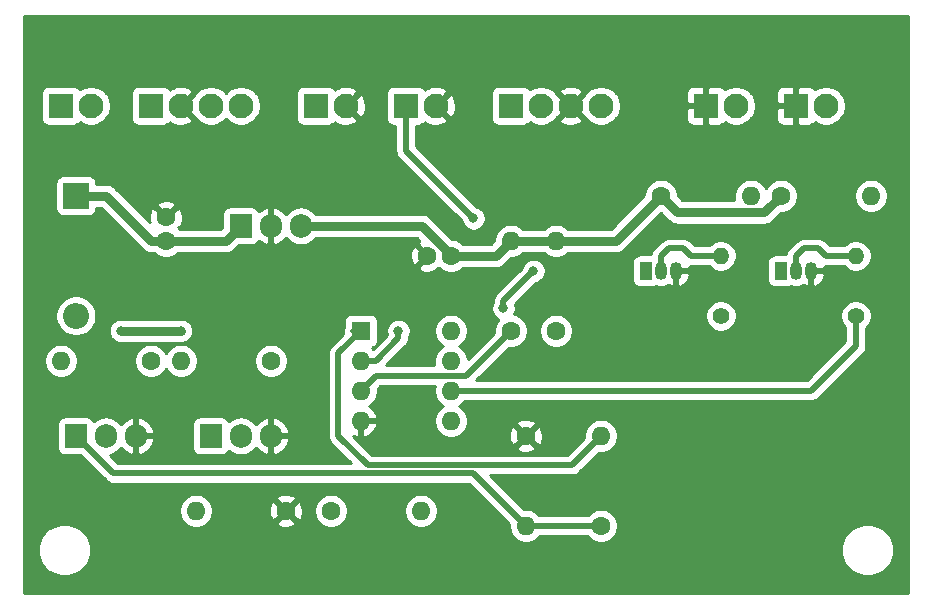
<source format=gbr>
%TF.GenerationSoftware,KiCad,Pcbnew,5.1.6-c6e7f7d~87~ubuntu18.04.1*%
%TF.CreationDate,2020-09-12T21:04:16+10:00*%
%TF.ProjectId,Switch_Toggler,53776974-6368-45f5-946f-67676c65722e,rev?*%
%TF.SameCoordinates,Original*%
%TF.FileFunction,Copper,L2,Bot*%
%TF.FilePolarity,Positive*%
%FSLAX46Y46*%
G04 Gerber Fmt 4.6, Leading zero omitted, Abs format (unit mm)*
G04 Created by KiCad (PCBNEW 5.1.6-c6e7f7d~87~ubuntu18.04.1) date 2020-09-12 21:04:16*
%MOMM*%
%LPD*%
G01*
G04 APERTURE LIST*
%TA.AperFunction,ComponentPad*%
%ADD10C,2.100000*%
%TD*%
%TA.AperFunction,ComponentPad*%
%ADD11R,2.100000X2.100000*%
%TD*%
%TA.AperFunction,ComponentPad*%
%ADD12O,1.600000X1.600000*%
%TD*%
%TA.AperFunction,ComponentPad*%
%ADD13R,1.600000X1.600000*%
%TD*%
%TA.AperFunction,ComponentPad*%
%ADD14O,1.905000X2.000000*%
%TD*%
%TA.AperFunction,ComponentPad*%
%ADD15R,1.905000X2.000000*%
%TD*%
%TA.AperFunction,ComponentPad*%
%ADD16C,1.600000*%
%TD*%
%TA.AperFunction,ComponentPad*%
%ADD17O,1.400000X1.400000*%
%TD*%
%TA.AperFunction,ComponentPad*%
%ADD18C,1.400000*%
%TD*%
%TA.AperFunction,ComponentPad*%
%ADD19R,1.050000X1.500000*%
%TD*%
%TA.AperFunction,ComponentPad*%
%ADD20O,1.050000X1.500000*%
%TD*%
%TA.AperFunction,ComponentPad*%
%ADD21O,2.200000X2.200000*%
%TD*%
%TA.AperFunction,ComponentPad*%
%ADD22R,2.200000X2.200000*%
%TD*%
%TA.AperFunction,ViaPad*%
%ADD23C,0.800000*%
%TD*%
%TA.AperFunction,Conductor*%
%ADD24C,0.800000*%
%TD*%
%TA.AperFunction,Conductor*%
%ADD25C,0.500000*%
%TD*%
%TA.AperFunction,Conductor*%
%ADD26C,0.254000*%
%TD*%
G04 APERTURE END LIST*
D10*
%TO.P,SW3,2*%
%TO.N,+12V*%
X48260000Y-72390000D03*
D11*
%TO.P,SW3,1*%
%TO.N,VCC*%
X45720000Y-72390000D03*
%TD*%
D10*
%TO.P,U3,4*%
%TO.N,+5V*%
X91440000Y-72390000D03*
%TO.P,U3,3*%
%TO.N,GND*%
X88900000Y-72390000D03*
%TO.P,U3,2*%
%TO.N,DIO*%
X86360000Y-72390000D03*
D11*
%TO.P,U3,1*%
%TO.N,CLK*%
X83820000Y-72390000D03*
%TD*%
D12*
%TO.P,U2,8*%
%TO.N,+5V*%
X78740000Y-91440000D03*
%TO.P,U2,4*%
%TO.N,GND*%
X71120000Y-99060000D03*
%TO.P,U2,7*%
%TO.N,DIO*%
X78740000Y-93980000D03*
%TO.P,U2,3*%
%TO.N,BUTTON_UP*%
X71120000Y-96520000D03*
%TO.P,U2,6*%
%TO.N,OUT2_IO*%
X78740000Y-96520000D03*
%TO.P,U2,2*%
%TO.N,CLK*%
X71120000Y-93980000D03*
%TO.P,U2,5*%
%TO.N,BUTTON_DOWN*%
X78740000Y-99060000D03*
D13*
%TO.P,U2,1*%
%TO.N,OUT1_IO*%
X71120000Y-91440000D03*
%TD*%
D14*
%TO.P,U1,3*%
%TO.N,+5V*%
X66040000Y-82550000D03*
%TO.P,U1,2*%
%TO.N,GND*%
X63500000Y-82550000D03*
D15*
%TO.P,U1,1*%
%TO.N,Net-(C1-Pad1)*%
X60960000Y-82550000D03*
%TD*%
D10*
%TO.P,SW2,2*%
%TO.N,GND*%
X77470000Y-72390000D03*
D11*
%TO.P,SW2,1*%
%TO.N,BUTTON_DOWN*%
X74930000Y-72390000D03*
%TD*%
D10*
%TO.P,SW1,2*%
%TO.N,GND*%
X69850000Y-72390000D03*
D11*
%TO.P,SW1,1*%
%TO.N,BUTTON_UP*%
X67310000Y-72390000D03*
%TD*%
D12*
%TO.P,R12,2*%
%TO.N,+5V*%
X87630000Y-83820000D03*
D16*
%TO.P,R12,1*%
%TO.N,BUTTON_DOWN*%
X87630000Y-91440000D03*
%TD*%
D12*
%TO.P,R11,2*%
%TO.N,+5V*%
X83820000Y-83820000D03*
D16*
%TO.P,R11,1*%
%TO.N,BUTTON_UP*%
X83820000Y-91440000D03*
%TD*%
D12*
%TO.P,R10,2*%
%TO.N,Net-(D2-Pad2)*%
X104140000Y-80010000D03*
D16*
%TO.P,R10,1*%
%TO.N,+5V*%
X96520000Y-80010000D03*
%TD*%
D17*
%TO.P,R9,2*%
%TO.N,Net-(Q4-Pad2)*%
X101600000Y-85090000D03*
D18*
%TO.P,R9,1*%
%TO.N,OUT1_IO*%
X101600000Y-90170000D03*
%TD*%
D12*
%TO.P,R8,2*%
%TO.N,+12V*%
X45720000Y-93980000D03*
D16*
%TO.P,R8,1*%
%TO.N,OUT1*%
X53340000Y-93980000D03*
%TD*%
D12*
%TO.P,R7,2*%
%TO.N,Net-(Q2-Pad1)*%
X85090000Y-107950000D03*
D16*
%TO.P,R7,1*%
%TO.N,GND*%
X85090000Y-100330000D03*
%TD*%
D12*
%TO.P,R6,2*%
%TO.N,OUT1_IO*%
X91440000Y-100330000D03*
D16*
%TO.P,R6,1*%
%TO.N,Net-(Q2-Pad1)*%
X91440000Y-107950000D03*
%TD*%
D12*
%TO.P,R5,2*%
%TO.N,+12V*%
X55880000Y-93980000D03*
D16*
%TO.P,R5,1*%
%TO.N,OUT2*%
X63500000Y-93980000D03*
%TD*%
D12*
%TO.P,R4,2*%
%TO.N,Net-(Q1-Pad1)*%
X57150000Y-106680000D03*
D16*
%TO.P,R4,1*%
%TO.N,GND*%
X64770000Y-106680000D03*
%TD*%
D12*
%TO.P,R3,2*%
%TO.N,Net-(D1-Pad2)*%
X114300000Y-80010000D03*
D16*
%TO.P,R3,1*%
%TO.N,+5V*%
X106680000Y-80010000D03*
%TD*%
D12*
%TO.P,R2,2*%
%TO.N,OUT2_IO*%
X76200000Y-106680000D03*
D16*
%TO.P,R2,1*%
%TO.N,Net-(Q1-Pad1)*%
X68580000Y-106680000D03*
%TD*%
D17*
%TO.P,R1,2*%
%TO.N,Net-(Q3-Pad2)*%
X113030000Y-85090000D03*
D18*
%TO.P,R1,1*%
%TO.N,OUT2_IO*%
X113030000Y-90170000D03*
%TD*%
D19*
%TO.P,Q4,1*%
%TO.N,Net-(D2-Pad2)*%
X95250000Y-86360000D03*
D20*
%TO.P,Q4,3*%
%TO.N,GND*%
X97790000Y-86360000D03*
%TO.P,Q4,2*%
%TO.N,Net-(Q4-Pad2)*%
X96520000Y-86360000D03*
%TD*%
D19*
%TO.P,Q3,1*%
%TO.N,Net-(D1-Pad2)*%
X106680000Y-86360000D03*
D20*
%TO.P,Q3,3*%
%TO.N,GND*%
X109220000Y-86360000D03*
%TO.P,Q3,2*%
%TO.N,Net-(Q3-Pad2)*%
X107950000Y-86360000D03*
%TD*%
D14*
%TO.P,Q2,3*%
%TO.N,GND*%
X52070000Y-100330000D03*
%TO.P,Q2,2*%
%TO.N,OUT1*%
X49530000Y-100330000D03*
D15*
%TO.P,Q2,1*%
%TO.N,Net-(Q2-Pad1)*%
X46990000Y-100330000D03*
%TD*%
D14*
%TO.P,Q1,3*%
%TO.N,GND*%
X63500000Y-100330000D03*
%TO.P,Q1,2*%
%TO.N,OUT2*%
X60960000Y-100330000D03*
D15*
%TO.P,Q1,1*%
%TO.N,Net-(Q1-Pad1)*%
X58420000Y-100330000D03*
%TD*%
D10*
%TO.P,J1,4*%
%TO.N,OUT2*%
X60960000Y-72390000D03*
%TO.P,J1,3*%
%TO.N,OUT1*%
X58420000Y-72390000D03*
%TO.P,J1,2*%
%TO.N,GND*%
X55880000Y-72390000D03*
D11*
%TO.P,J1,1*%
%TO.N,VCC*%
X53340000Y-72390000D03*
%TD*%
D21*
%TO.P,D3,2*%
%TO.N,+12V*%
X46990000Y-90170000D03*
D22*
%TO.P,D3,1*%
%TO.N,Net-(C1-Pad1)*%
X46990000Y-80010000D03*
%TD*%
D10*
%TO.P,D2,2*%
%TO.N,Net-(D2-Pad2)*%
X102870000Y-72390000D03*
D11*
%TO.P,D2,1*%
%TO.N,GND*%
X100330000Y-72390000D03*
%TD*%
D10*
%TO.P,D1,2*%
%TO.N,Net-(D1-Pad2)*%
X110490000Y-72390000D03*
D11*
%TO.P,D1,1*%
%TO.N,GND*%
X107950000Y-72390000D03*
%TD*%
D16*
%TO.P,C2,2*%
%TO.N,GND*%
X76740000Y-85090000D03*
%TO.P,C2,1*%
%TO.N,+5V*%
X78740000Y-85090000D03*
%TD*%
%TO.P,C1,2*%
%TO.N,GND*%
X54610000Y-81820000D03*
%TO.P,C1,1*%
%TO.N,Net-(C1-Pad1)*%
X54610000Y-83820000D03*
%TD*%
D23*
%TO.N,OUT1*%
X50800000Y-91440000D03*
X55880000Y-91440000D03*
%TO.N,DIO*%
X83185000Y-89535000D03*
X85725000Y-86360000D03*
%TO.N,CLK*%
X74295000Y-91440000D03*
%TO.N,BUTTON_DOWN*%
X80645000Y-81915000D03*
%TD*%
D24*
%TO.N,+5V*%
X78740000Y-85017998D02*
X78740000Y-85090000D01*
X76272002Y-82550000D02*
X78740000Y-85017998D01*
X66040000Y-82550000D02*
X76272002Y-82550000D01*
X82550000Y-85090000D02*
X83820000Y-83820000D01*
X78740000Y-85090000D02*
X82550000Y-85090000D01*
X83820000Y-83820000D02*
X87630000Y-83820000D01*
X92710000Y-83820000D02*
X96520000Y-80010000D01*
X87630000Y-83820000D02*
X92710000Y-83820000D01*
X105279999Y-81410001D02*
X106680000Y-80010000D01*
X97920001Y-81410001D02*
X105279999Y-81410001D01*
X96520000Y-80010000D02*
X97920001Y-81410001D01*
%TO.N,OUT1*%
X50800000Y-91440000D02*
X55880000Y-91440000D01*
D25*
%TO.N,Net-(Q2-Pad1)*%
X46990000Y-100330000D02*
X50165000Y-103505000D01*
X80645000Y-103505000D02*
X85090000Y-107950000D01*
X50165000Y-103505000D02*
X80645000Y-103505000D01*
X85090000Y-107950000D02*
X91440000Y-107950000D01*
%TO.N,DIO*%
X83185000Y-89535000D02*
X83185000Y-88900000D01*
X83185000Y-88900000D02*
X85725000Y-86360000D01*
%TO.N,CLK*%
X71120000Y-93980000D02*
X72390000Y-93980000D01*
X72390000Y-93980000D02*
X74295000Y-92075000D01*
X74295000Y-92075000D02*
X74295000Y-91440000D01*
%TO.N,Net-(Q3-Pad2)*%
X113030000Y-85090000D02*
X110490000Y-85090000D01*
X110490000Y-85090000D02*
X109855000Y-84455000D01*
X107950000Y-85110000D02*
X107950000Y-86360000D01*
X108605000Y-84455000D02*
X107950000Y-85110000D01*
X109855000Y-84455000D02*
X108605000Y-84455000D01*
%TO.N,Net-(Q4-Pad2)*%
X101600000Y-85090000D02*
X99060000Y-85090000D01*
X99060000Y-85090000D02*
X98425000Y-84455000D01*
X96520000Y-85110000D02*
X96520000Y-86360000D01*
X97175000Y-84455000D02*
X96520000Y-85110000D01*
X98425000Y-84455000D02*
X97175000Y-84455000D01*
%TO.N,OUT2_IO*%
X113030000Y-90170000D02*
X113030000Y-92710000D01*
X109220000Y-96520000D02*
X78740000Y-96520000D01*
X113030000Y-92710000D02*
X109220000Y-96520000D01*
%TO.N,OUT1_IO*%
X71120000Y-91440000D02*
X70485000Y-91440000D01*
X71120000Y-91440000D02*
X69215000Y-93345000D01*
X69215000Y-93345000D02*
X69215000Y-100330000D01*
X88965010Y-102804990D02*
X91440000Y-100330000D01*
X71689990Y-102804990D02*
X88965010Y-102804990D01*
X69215000Y-100330000D02*
X71689990Y-102804990D01*
%TO.N,BUTTON_UP*%
X72409999Y-95230001D02*
X80029999Y-95230001D01*
X71120000Y-96520000D02*
X72409999Y-95230001D01*
X80029999Y-95230001D02*
X83820000Y-91440000D01*
%TO.N,BUTTON_DOWN*%
X74930000Y-72390000D02*
X74930000Y-76200000D01*
X74930000Y-76200000D02*
X80645000Y-81915000D01*
D24*
%TO.N,Net-(C1-Pad1)*%
X46990000Y-80010000D02*
X49530000Y-80010000D01*
X53340000Y-83820000D02*
X54610000Y-83820000D01*
X49530000Y-80010000D02*
X53340000Y-83820000D01*
X59690000Y-83820000D02*
X60960000Y-82550000D01*
X54610000Y-83820000D02*
X59690000Y-83820000D01*
%TD*%
D26*
%TO.N,GND*%
G36*
X117450001Y-66007581D02*
G01*
X117450000Y-73627581D01*
X117450000Y-73627582D01*
X117450001Y-113640000D01*
X42570000Y-113640000D01*
X42570000Y-109779872D01*
X43765000Y-109779872D01*
X43765000Y-110220128D01*
X43850890Y-110651925D01*
X44019369Y-111058669D01*
X44263962Y-111424729D01*
X44575271Y-111736038D01*
X44941331Y-111980631D01*
X45348075Y-112149110D01*
X45779872Y-112235000D01*
X46220128Y-112235000D01*
X46651925Y-112149110D01*
X47058669Y-111980631D01*
X47424729Y-111736038D01*
X47736038Y-111424729D01*
X47980631Y-111058669D01*
X48149110Y-110651925D01*
X48235000Y-110220128D01*
X48235000Y-109779872D01*
X111765000Y-109779872D01*
X111765000Y-110220128D01*
X111850890Y-110651925D01*
X112019369Y-111058669D01*
X112263962Y-111424729D01*
X112575271Y-111736038D01*
X112941331Y-111980631D01*
X113348075Y-112149110D01*
X113779872Y-112235000D01*
X114220128Y-112235000D01*
X114651925Y-112149110D01*
X115058669Y-111980631D01*
X115424729Y-111736038D01*
X115736038Y-111424729D01*
X115980631Y-111058669D01*
X116149110Y-110651925D01*
X116235000Y-110220128D01*
X116235000Y-109779872D01*
X116149110Y-109348075D01*
X115980631Y-108941331D01*
X115736038Y-108575271D01*
X115424729Y-108263962D01*
X115058669Y-108019369D01*
X114651925Y-107850890D01*
X114220128Y-107765000D01*
X113779872Y-107765000D01*
X113348075Y-107850890D01*
X112941331Y-108019369D01*
X112575271Y-108263962D01*
X112263962Y-108575271D01*
X112019369Y-108941331D01*
X111850890Y-109348075D01*
X111765000Y-109779872D01*
X48235000Y-109779872D01*
X48149110Y-109348075D01*
X47980631Y-108941331D01*
X47736038Y-108575271D01*
X47424729Y-108263962D01*
X47058669Y-108019369D01*
X46651925Y-107850890D01*
X46220128Y-107765000D01*
X45779872Y-107765000D01*
X45348075Y-107850890D01*
X44941331Y-108019369D01*
X44575271Y-108263962D01*
X44263962Y-108575271D01*
X44019369Y-108941331D01*
X43850890Y-109348075D01*
X43765000Y-109779872D01*
X42570000Y-109779872D01*
X42570000Y-106538665D01*
X55715000Y-106538665D01*
X55715000Y-106821335D01*
X55770147Y-107098574D01*
X55878320Y-107359727D01*
X56035363Y-107594759D01*
X56235241Y-107794637D01*
X56470273Y-107951680D01*
X56731426Y-108059853D01*
X57008665Y-108115000D01*
X57291335Y-108115000D01*
X57568574Y-108059853D01*
X57829727Y-107951680D01*
X58064759Y-107794637D01*
X58186694Y-107672702D01*
X63956903Y-107672702D01*
X64028486Y-107916671D01*
X64283996Y-108037571D01*
X64558184Y-108106300D01*
X64840512Y-108120217D01*
X65120130Y-108078787D01*
X65386292Y-107983603D01*
X65511514Y-107916671D01*
X65583097Y-107672702D01*
X64770000Y-106859605D01*
X63956903Y-107672702D01*
X58186694Y-107672702D01*
X58264637Y-107594759D01*
X58421680Y-107359727D01*
X58529853Y-107098574D01*
X58585000Y-106821335D01*
X58585000Y-106750512D01*
X63329783Y-106750512D01*
X63371213Y-107030130D01*
X63466397Y-107296292D01*
X63533329Y-107421514D01*
X63777298Y-107493097D01*
X64590395Y-106680000D01*
X64949605Y-106680000D01*
X65762702Y-107493097D01*
X66006671Y-107421514D01*
X66127571Y-107166004D01*
X66196300Y-106891816D01*
X66210217Y-106609488D01*
X66199724Y-106538665D01*
X67145000Y-106538665D01*
X67145000Y-106821335D01*
X67200147Y-107098574D01*
X67308320Y-107359727D01*
X67465363Y-107594759D01*
X67665241Y-107794637D01*
X67900273Y-107951680D01*
X68161426Y-108059853D01*
X68438665Y-108115000D01*
X68721335Y-108115000D01*
X68998574Y-108059853D01*
X69259727Y-107951680D01*
X69494759Y-107794637D01*
X69694637Y-107594759D01*
X69851680Y-107359727D01*
X69959853Y-107098574D01*
X70015000Y-106821335D01*
X70015000Y-106538665D01*
X74765000Y-106538665D01*
X74765000Y-106821335D01*
X74820147Y-107098574D01*
X74928320Y-107359727D01*
X75085363Y-107594759D01*
X75285241Y-107794637D01*
X75520273Y-107951680D01*
X75781426Y-108059853D01*
X76058665Y-108115000D01*
X76341335Y-108115000D01*
X76618574Y-108059853D01*
X76879727Y-107951680D01*
X77114759Y-107794637D01*
X77314637Y-107594759D01*
X77471680Y-107359727D01*
X77579853Y-107098574D01*
X77635000Y-106821335D01*
X77635000Y-106538665D01*
X77579853Y-106261426D01*
X77471680Y-106000273D01*
X77314637Y-105765241D01*
X77114759Y-105565363D01*
X76879727Y-105408320D01*
X76618574Y-105300147D01*
X76341335Y-105245000D01*
X76058665Y-105245000D01*
X75781426Y-105300147D01*
X75520273Y-105408320D01*
X75285241Y-105565363D01*
X75085363Y-105765241D01*
X74928320Y-106000273D01*
X74820147Y-106261426D01*
X74765000Y-106538665D01*
X70015000Y-106538665D01*
X69959853Y-106261426D01*
X69851680Y-106000273D01*
X69694637Y-105765241D01*
X69494759Y-105565363D01*
X69259727Y-105408320D01*
X68998574Y-105300147D01*
X68721335Y-105245000D01*
X68438665Y-105245000D01*
X68161426Y-105300147D01*
X67900273Y-105408320D01*
X67665241Y-105565363D01*
X67465363Y-105765241D01*
X67308320Y-106000273D01*
X67200147Y-106261426D01*
X67145000Y-106538665D01*
X66199724Y-106538665D01*
X66168787Y-106329870D01*
X66073603Y-106063708D01*
X66006671Y-105938486D01*
X65762702Y-105866903D01*
X64949605Y-106680000D01*
X64590395Y-106680000D01*
X63777298Y-105866903D01*
X63533329Y-105938486D01*
X63412429Y-106193996D01*
X63343700Y-106468184D01*
X63329783Y-106750512D01*
X58585000Y-106750512D01*
X58585000Y-106538665D01*
X58529853Y-106261426D01*
X58421680Y-106000273D01*
X58264637Y-105765241D01*
X58186694Y-105687298D01*
X63956903Y-105687298D01*
X64770000Y-106500395D01*
X65583097Y-105687298D01*
X65511514Y-105443329D01*
X65256004Y-105322429D01*
X64981816Y-105253700D01*
X64699488Y-105239783D01*
X64419870Y-105281213D01*
X64153708Y-105376397D01*
X64028486Y-105443329D01*
X63956903Y-105687298D01*
X58186694Y-105687298D01*
X58064759Y-105565363D01*
X57829727Y-105408320D01*
X57568574Y-105300147D01*
X57291335Y-105245000D01*
X57008665Y-105245000D01*
X56731426Y-105300147D01*
X56470273Y-105408320D01*
X56235241Y-105565363D01*
X56035363Y-105765241D01*
X55878320Y-106000273D01*
X55770147Y-106261426D01*
X55715000Y-106538665D01*
X42570000Y-106538665D01*
X42570000Y-99330000D01*
X45399428Y-99330000D01*
X45399428Y-101330000D01*
X45411688Y-101454482D01*
X45447998Y-101574180D01*
X45506963Y-101684494D01*
X45586315Y-101781185D01*
X45683006Y-101860537D01*
X45793320Y-101919502D01*
X45913018Y-101955812D01*
X46037500Y-101968072D01*
X47376494Y-101968072D01*
X49508470Y-104100049D01*
X49536183Y-104133817D01*
X49569951Y-104161530D01*
X49569953Y-104161532D01*
X49641452Y-104220210D01*
X49670941Y-104244411D01*
X49824687Y-104326589D01*
X49991510Y-104377195D01*
X50121523Y-104390000D01*
X50121533Y-104390000D01*
X50164999Y-104394281D01*
X50208466Y-104390000D01*
X80278422Y-104390000D01*
X83661983Y-107773561D01*
X83655000Y-107808665D01*
X83655000Y-108091335D01*
X83710147Y-108368574D01*
X83818320Y-108629727D01*
X83975363Y-108864759D01*
X84175241Y-109064637D01*
X84410273Y-109221680D01*
X84671426Y-109329853D01*
X84948665Y-109385000D01*
X85231335Y-109385000D01*
X85508574Y-109329853D01*
X85769727Y-109221680D01*
X86004759Y-109064637D01*
X86204637Y-108864759D01*
X86224521Y-108835000D01*
X90305479Y-108835000D01*
X90325363Y-108864759D01*
X90525241Y-109064637D01*
X90760273Y-109221680D01*
X91021426Y-109329853D01*
X91298665Y-109385000D01*
X91581335Y-109385000D01*
X91858574Y-109329853D01*
X92119727Y-109221680D01*
X92354759Y-109064637D01*
X92554637Y-108864759D01*
X92711680Y-108629727D01*
X92819853Y-108368574D01*
X92875000Y-108091335D01*
X92875000Y-107808665D01*
X92819853Y-107531426D01*
X92711680Y-107270273D01*
X92554637Y-107035241D01*
X92354759Y-106835363D01*
X92119727Y-106678320D01*
X91858574Y-106570147D01*
X91581335Y-106515000D01*
X91298665Y-106515000D01*
X91021426Y-106570147D01*
X90760273Y-106678320D01*
X90525241Y-106835363D01*
X90325363Y-107035241D01*
X90305479Y-107065000D01*
X86224521Y-107065000D01*
X86204637Y-107035241D01*
X86004759Y-106835363D01*
X85769727Y-106678320D01*
X85508574Y-106570147D01*
X85231335Y-106515000D01*
X84948665Y-106515000D01*
X84913561Y-106521983D01*
X82081568Y-103689990D01*
X88921541Y-103689990D01*
X88965010Y-103694271D01*
X89008479Y-103689990D01*
X89008487Y-103689990D01*
X89138500Y-103677185D01*
X89305323Y-103626579D01*
X89459069Y-103544401D01*
X89593827Y-103433807D01*
X89621544Y-103400034D01*
X91263561Y-101758017D01*
X91298665Y-101765000D01*
X91581335Y-101765000D01*
X91858574Y-101709853D01*
X92119727Y-101601680D01*
X92354759Y-101444637D01*
X92554637Y-101244759D01*
X92711680Y-101009727D01*
X92819853Y-100748574D01*
X92875000Y-100471335D01*
X92875000Y-100188665D01*
X92819853Y-99911426D01*
X92711680Y-99650273D01*
X92554637Y-99415241D01*
X92354759Y-99215363D01*
X92119727Y-99058320D01*
X91858574Y-98950147D01*
X91581335Y-98895000D01*
X91298665Y-98895000D01*
X91021426Y-98950147D01*
X90760273Y-99058320D01*
X90525241Y-99215363D01*
X90325363Y-99415241D01*
X90168320Y-99650273D01*
X90060147Y-99911426D01*
X90005000Y-100188665D01*
X90005000Y-100471335D01*
X90011983Y-100506439D01*
X88598432Y-101919990D01*
X72056569Y-101919990D01*
X71459281Y-101322702D01*
X84276903Y-101322702D01*
X84348486Y-101566671D01*
X84603996Y-101687571D01*
X84878184Y-101756300D01*
X85160512Y-101770217D01*
X85440130Y-101728787D01*
X85706292Y-101633603D01*
X85831514Y-101566671D01*
X85903097Y-101322702D01*
X85090000Y-100509605D01*
X84276903Y-101322702D01*
X71459281Y-101322702D01*
X70474963Y-100338385D01*
X70506119Y-100357070D01*
X70770960Y-100451909D01*
X70993000Y-100330624D01*
X70993000Y-99187000D01*
X71247000Y-99187000D01*
X71247000Y-100330624D01*
X71469040Y-100451909D01*
X71733881Y-100357070D01*
X71975131Y-100212385D01*
X72183519Y-100023414D01*
X72351037Y-99797420D01*
X72471246Y-99543087D01*
X72511904Y-99409039D01*
X72389915Y-99187000D01*
X71247000Y-99187000D01*
X70993000Y-99187000D01*
X70973000Y-99187000D01*
X70973000Y-98933000D01*
X70993000Y-98933000D01*
X70993000Y-98913000D01*
X71247000Y-98913000D01*
X71247000Y-98933000D01*
X72389915Y-98933000D01*
X72511904Y-98710961D01*
X72471246Y-98576913D01*
X72351037Y-98322580D01*
X72183519Y-98096586D01*
X71975131Y-97907615D01*
X71789135Y-97796067D01*
X71799727Y-97791680D01*
X72034759Y-97634637D01*
X72234637Y-97434759D01*
X72391680Y-97199727D01*
X72499853Y-96938574D01*
X72555000Y-96661335D01*
X72555000Y-96378665D01*
X72548017Y-96343561D01*
X72776578Y-96115001D01*
X77357447Y-96115001D01*
X77305000Y-96378665D01*
X77305000Y-96661335D01*
X77360147Y-96938574D01*
X77468320Y-97199727D01*
X77625363Y-97434759D01*
X77825241Y-97634637D01*
X78057759Y-97790000D01*
X77825241Y-97945363D01*
X77625363Y-98145241D01*
X77468320Y-98380273D01*
X77360147Y-98641426D01*
X77305000Y-98918665D01*
X77305000Y-99201335D01*
X77360147Y-99478574D01*
X77468320Y-99739727D01*
X77625363Y-99974759D01*
X77825241Y-100174637D01*
X78060273Y-100331680D01*
X78321426Y-100439853D01*
X78598665Y-100495000D01*
X78881335Y-100495000D01*
X79158574Y-100439853D01*
X79253551Y-100400512D01*
X83649783Y-100400512D01*
X83691213Y-100680130D01*
X83786397Y-100946292D01*
X83853329Y-101071514D01*
X84097298Y-101143097D01*
X84910395Y-100330000D01*
X85269605Y-100330000D01*
X86082702Y-101143097D01*
X86326671Y-101071514D01*
X86447571Y-100816004D01*
X86516300Y-100541816D01*
X86530217Y-100259488D01*
X86488787Y-99979870D01*
X86393603Y-99713708D01*
X86326671Y-99588486D01*
X86082702Y-99516903D01*
X85269605Y-100330000D01*
X84910395Y-100330000D01*
X84097298Y-99516903D01*
X83853329Y-99588486D01*
X83732429Y-99843996D01*
X83663700Y-100118184D01*
X83649783Y-100400512D01*
X79253551Y-100400512D01*
X79419727Y-100331680D01*
X79654759Y-100174637D01*
X79854637Y-99974759D01*
X80011680Y-99739727D01*
X80119853Y-99478574D01*
X80147954Y-99337298D01*
X84276903Y-99337298D01*
X85090000Y-100150395D01*
X85903097Y-99337298D01*
X85831514Y-99093329D01*
X85576004Y-98972429D01*
X85301816Y-98903700D01*
X85019488Y-98889783D01*
X84739870Y-98931213D01*
X84473708Y-99026397D01*
X84348486Y-99093329D01*
X84276903Y-99337298D01*
X80147954Y-99337298D01*
X80175000Y-99201335D01*
X80175000Y-98918665D01*
X80119853Y-98641426D01*
X80011680Y-98380273D01*
X79854637Y-98145241D01*
X79654759Y-97945363D01*
X79422241Y-97790000D01*
X79654759Y-97634637D01*
X79854637Y-97434759D01*
X79874521Y-97405000D01*
X109176531Y-97405000D01*
X109220000Y-97409281D01*
X109263469Y-97405000D01*
X109263477Y-97405000D01*
X109393490Y-97392195D01*
X109560313Y-97341589D01*
X109714059Y-97259411D01*
X109848817Y-97148817D01*
X109876534Y-97115044D01*
X113625049Y-93366530D01*
X113658817Y-93338817D01*
X113769411Y-93204059D01*
X113793810Y-93158411D01*
X113851589Y-93050314D01*
X113902195Y-92883490D01*
X113903980Y-92865363D01*
X113915000Y-92753477D01*
X113915000Y-92753469D01*
X113919281Y-92710000D01*
X113915000Y-92666531D01*
X113915000Y-91172975D01*
X114066962Y-91021013D01*
X114213061Y-90802359D01*
X114313696Y-90559405D01*
X114365000Y-90301486D01*
X114365000Y-90038514D01*
X114313696Y-89780595D01*
X114213061Y-89537641D01*
X114066962Y-89318987D01*
X113881013Y-89133038D01*
X113662359Y-88986939D01*
X113419405Y-88886304D01*
X113161486Y-88835000D01*
X112898514Y-88835000D01*
X112640595Y-88886304D01*
X112397641Y-88986939D01*
X112178987Y-89133038D01*
X111993038Y-89318987D01*
X111846939Y-89537641D01*
X111746304Y-89780595D01*
X111695000Y-90038514D01*
X111695000Y-90301486D01*
X111746304Y-90559405D01*
X111846939Y-90802359D01*
X111993038Y-91021013D01*
X112145000Y-91172975D01*
X112145001Y-92343420D01*
X108853422Y-95635000D01*
X80876578Y-95635000D01*
X83643561Y-92868017D01*
X83678665Y-92875000D01*
X83961335Y-92875000D01*
X84238574Y-92819853D01*
X84499727Y-92711680D01*
X84734759Y-92554637D01*
X84934637Y-92354759D01*
X85091680Y-92119727D01*
X85199853Y-91858574D01*
X85255000Y-91581335D01*
X85255000Y-91298665D01*
X86195000Y-91298665D01*
X86195000Y-91581335D01*
X86250147Y-91858574D01*
X86358320Y-92119727D01*
X86515363Y-92354759D01*
X86715241Y-92554637D01*
X86950273Y-92711680D01*
X87211426Y-92819853D01*
X87488665Y-92875000D01*
X87771335Y-92875000D01*
X88048574Y-92819853D01*
X88309727Y-92711680D01*
X88544759Y-92554637D01*
X88744637Y-92354759D01*
X88901680Y-92119727D01*
X89009853Y-91858574D01*
X89065000Y-91581335D01*
X89065000Y-91298665D01*
X89009853Y-91021426D01*
X88901680Y-90760273D01*
X88744637Y-90525241D01*
X88544759Y-90325363D01*
X88309727Y-90168320D01*
X88048574Y-90060147D01*
X87939820Y-90038514D01*
X100265000Y-90038514D01*
X100265000Y-90301486D01*
X100316304Y-90559405D01*
X100416939Y-90802359D01*
X100563038Y-91021013D01*
X100748987Y-91206962D01*
X100967641Y-91353061D01*
X101210595Y-91453696D01*
X101468514Y-91505000D01*
X101731486Y-91505000D01*
X101989405Y-91453696D01*
X102232359Y-91353061D01*
X102451013Y-91206962D01*
X102636962Y-91021013D01*
X102783061Y-90802359D01*
X102883696Y-90559405D01*
X102935000Y-90301486D01*
X102935000Y-90038514D01*
X102883696Y-89780595D01*
X102783061Y-89537641D01*
X102636962Y-89318987D01*
X102451013Y-89133038D01*
X102232359Y-88986939D01*
X101989405Y-88886304D01*
X101731486Y-88835000D01*
X101468514Y-88835000D01*
X101210595Y-88886304D01*
X100967641Y-88986939D01*
X100748987Y-89133038D01*
X100563038Y-89318987D01*
X100416939Y-89537641D01*
X100316304Y-89780595D01*
X100265000Y-90038514D01*
X87939820Y-90038514D01*
X87771335Y-90005000D01*
X87488665Y-90005000D01*
X87211426Y-90060147D01*
X86950273Y-90168320D01*
X86715241Y-90325363D01*
X86515363Y-90525241D01*
X86358320Y-90760273D01*
X86250147Y-91021426D01*
X86195000Y-91298665D01*
X85255000Y-91298665D01*
X85199853Y-91021426D01*
X85091680Y-90760273D01*
X84934637Y-90525241D01*
X84734759Y-90325363D01*
X84499727Y-90168320D01*
X84238574Y-90060147D01*
X84097625Y-90032110D01*
X84102205Y-90025256D01*
X84180226Y-89836898D01*
X84220000Y-89636939D01*
X84220000Y-89433061D01*
X84180226Y-89233102D01*
X84157746Y-89178832D01*
X85970044Y-87366535D01*
X86026898Y-87355226D01*
X86215256Y-87277205D01*
X86384774Y-87163937D01*
X86528937Y-87019774D01*
X86642205Y-86850256D01*
X86720226Y-86661898D01*
X86760000Y-86461939D01*
X86760000Y-86258061D01*
X86720226Y-86058102D01*
X86642205Y-85869744D01*
X86528937Y-85700226D01*
X86438711Y-85610000D01*
X94086928Y-85610000D01*
X94086928Y-87110000D01*
X94099188Y-87234482D01*
X94135498Y-87354180D01*
X94194463Y-87464494D01*
X94273815Y-87561185D01*
X94370506Y-87640537D01*
X94480820Y-87699502D01*
X94600518Y-87735812D01*
X94725000Y-87748072D01*
X95775000Y-87748072D01*
X95899482Y-87735812D01*
X96019180Y-87699502D01*
X96083902Y-87664907D01*
X96292601Y-87728215D01*
X96520000Y-87750612D01*
X96747400Y-87728215D01*
X96966060Y-87661885D01*
X97154669Y-87561071D01*
X97213118Y-87602275D01*
X97422663Y-87695272D01*
X97484190Y-87703964D01*
X97663000Y-87578163D01*
X97663000Y-86813108D01*
X97663215Y-86812399D01*
X97680000Y-86641978D01*
X97680000Y-86487000D01*
X97917000Y-86487000D01*
X97917000Y-87578163D01*
X98095810Y-87703964D01*
X98157337Y-87695272D01*
X98366882Y-87602275D01*
X98554258Y-87470184D01*
X98712264Y-87304076D01*
X98834828Y-87110334D01*
X98917239Y-86896404D01*
X98956331Y-86670507D01*
X98796598Y-86487000D01*
X97917000Y-86487000D01*
X97680000Y-86487000D01*
X97680000Y-86213000D01*
X97917000Y-86213000D01*
X97917000Y-86233000D01*
X98796598Y-86233000D01*
X98956331Y-86049493D01*
X98942173Y-85967677D01*
X99016523Y-85975000D01*
X99016531Y-85975000D01*
X99060000Y-85979281D01*
X99103469Y-85975000D01*
X100597025Y-85975000D01*
X100748987Y-86126962D01*
X100967641Y-86273061D01*
X101210595Y-86373696D01*
X101468514Y-86425000D01*
X101731486Y-86425000D01*
X101989405Y-86373696D01*
X102232359Y-86273061D01*
X102451013Y-86126962D01*
X102636962Y-85941013D01*
X102783061Y-85722359D01*
X102829601Y-85610000D01*
X105516928Y-85610000D01*
X105516928Y-87110000D01*
X105529188Y-87234482D01*
X105565498Y-87354180D01*
X105624463Y-87464494D01*
X105703815Y-87561185D01*
X105800506Y-87640537D01*
X105910820Y-87699502D01*
X106030518Y-87735812D01*
X106155000Y-87748072D01*
X107205000Y-87748072D01*
X107329482Y-87735812D01*
X107449180Y-87699502D01*
X107513902Y-87664907D01*
X107722601Y-87728215D01*
X107950000Y-87750612D01*
X108177400Y-87728215D01*
X108396060Y-87661885D01*
X108584669Y-87561071D01*
X108643118Y-87602275D01*
X108852663Y-87695272D01*
X108914190Y-87703964D01*
X109093000Y-87578163D01*
X109093000Y-86813108D01*
X109093215Y-86812399D01*
X109110000Y-86641978D01*
X109110000Y-86487000D01*
X109347000Y-86487000D01*
X109347000Y-87578163D01*
X109525810Y-87703964D01*
X109587337Y-87695272D01*
X109796882Y-87602275D01*
X109984258Y-87470184D01*
X110142264Y-87304076D01*
X110264828Y-87110334D01*
X110347239Y-86896404D01*
X110386331Y-86670507D01*
X110226598Y-86487000D01*
X109347000Y-86487000D01*
X109110000Y-86487000D01*
X109110000Y-86213000D01*
X109347000Y-86213000D01*
X109347000Y-86233000D01*
X110226598Y-86233000D01*
X110386331Y-86049493D01*
X110372173Y-85967677D01*
X110446523Y-85975000D01*
X110446531Y-85975000D01*
X110490000Y-85979281D01*
X110533469Y-85975000D01*
X112027025Y-85975000D01*
X112178987Y-86126962D01*
X112397641Y-86273061D01*
X112640595Y-86373696D01*
X112898514Y-86425000D01*
X113161486Y-86425000D01*
X113419405Y-86373696D01*
X113662359Y-86273061D01*
X113881013Y-86126962D01*
X114066962Y-85941013D01*
X114213061Y-85722359D01*
X114313696Y-85479405D01*
X114365000Y-85221486D01*
X114365000Y-84958514D01*
X114313696Y-84700595D01*
X114213061Y-84457641D01*
X114066962Y-84238987D01*
X113881013Y-84053038D01*
X113662359Y-83906939D01*
X113419405Y-83806304D01*
X113161486Y-83755000D01*
X112898514Y-83755000D01*
X112640595Y-83806304D01*
X112397641Y-83906939D01*
X112178987Y-84053038D01*
X112027025Y-84205000D01*
X110856579Y-84205000D01*
X110511534Y-83859956D01*
X110483817Y-83826183D01*
X110349059Y-83715589D01*
X110195313Y-83633411D01*
X110028490Y-83582805D01*
X109898477Y-83570000D01*
X109898469Y-83570000D01*
X109855000Y-83565719D01*
X109811531Y-83570000D01*
X108648469Y-83570000D01*
X108605000Y-83565719D01*
X108561531Y-83570000D01*
X108561523Y-83570000D01*
X108431510Y-83582805D01*
X108264687Y-83633411D01*
X108208020Y-83663700D01*
X108110941Y-83715589D01*
X108009953Y-83798468D01*
X108009951Y-83798470D01*
X107976183Y-83826183D01*
X107948470Y-83859951D01*
X107354956Y-84453466D01*
X107321183Y-84481183D01*
X107210589Y-84615942D01*
X107128411Y-84769688D01*
X107077805Y-84936511D01*
X107074317Y-84971928D01*
X106155000Y-84971928D01*
X106030518Y-84984188D01*
X105910820Y-85020498D01*
X105800506Y-85079463D01*
X105703815Y-85158815D01*
X105624463Y-85255506D01*
X105565498Y-85365820D01*
X105529188Y-85485518D01*
X105516928Y-85610000D01*
X102829601Y-85610000D01*
X102883696Y-85479405D01*
X102935000Y-85221486D01*
X102935000Y-84958514D01*
X102883696Y-84700595D01*
X102783061Y-84457641D01*
X102636962Y-84238987D01*
X102451013Y-84053038D01*
X102232359Y-83906939D01*
X101989405Y-83806304D01*
X101731486Y-83755000D01*
X101468514Y-83755000D01*
X101210595Y-83806304D01*
X100967641Y-83906939D01*
X100748987Y-84053038D01*
X100597025Y-84205000D01*
X99426579Y-84205000D01*
X99081534Y-83859956D01*
X99053817Y-83826183D01*
X98919059Y-83715589D01*
X98765313Y-83633411D01*
X98598490Y-83582805D01*
X98468477Y-83570000D01*
X98468469Y-83570000D01*
X98425000Y-83565719D01*
X98381531Y-83570000D01*
X97218469Y-83570000D01*
X97175000Y-83565719D01*
X97131531Y-83570000D01*
X97131523Y-83570000D01*
X97001510Y-83582805D01*
X96834687Y-83633411D01*
X96778020Y-83663700D01*
X96680941Y-83715589D01*
X96579953Y-83798468D01*
X96579951Y-83798470D01*
X96546183Y-83826183D01*
X96518470Y-83859951D01*
X95924956Y-84453466D01*
X95891183Y-84481183D01*
X95780589Y-84615942D01*
X95698411Y-84769688D01*
X95647805Y-84936511D01*
X95644317Y-84971928D01*
X94725000Y-84971928D01*
X94600518Y-84984188D01*
X94480820Y-85020498D01*
X94370506Y-85079463D01*
X94273815Y-85158815D01*
X94194463Y-85255506D01*
X94135498Y-85365820D01*
X94099188Y-85485518D01*
X94086928Y-85610000D01*
X86438711Y-85610000D01*
X86384774Y-85556063D01*
X86215256Y-85442795D01*
X86026898Y-85364774D01*
X85826939Y-85325000D01*
X85623061Y-85325000D01*
X85423102Y-85364774D01*
X85234744Y-85442795D01*
X85065226Y-85556063D01*
X84921063Y-85700226D01*
X84807795Y-85869744D01*
X84729774Y-86058102D01*
X84718465Y-86114956D01*
X82589951Y-88243471D01*
X82556184Y-88271183D01*
X82528471Y-88304951D01*
X82528468Y-88304954D01*
X82445590Y-88405941D01*
X82363412Y-88559687D01*
X82312805Y-88726510D01*
X82300000Y-88856523D01*
X82300000Y-88856531D01*
X82295719Y-88900000D01*
X82300000Y-88943469D01*
X82300000Y-88996546D01*
X82267795Y-89044744D01*
X82189774Y-89233102D01*
X82150000Y-89433061D01*
X82150000Y-89636939D01*
X82189774Y-89836898D01*
X82267795Y-90025256D01*
X82381063Y-90194774D01*
X82525226Y-90338937D01*
X82694744Y-90452205D01*
X82753897Y-90476707D01*
X82705363Y-90525241D01*
X82548320Y-90760273D01*
X82440147Y-91021426D01*
X82385000Y-91298665D01*
X82385000Y-91581335D01*
X82391983Y-91616439D01*
X80174130Y-93834292D01*
X80119853Y-93561426D01*
X80011680Y-93300273D01*
X79854637Y-93065241D01*
X79654759Y-92865363D01*
X79422241Y-92710000D01*
X79654759Y-92554637D01*
X79854637Y-92354759D01*
X80011680Y-92119727D01*
X80119853Y-91858574D01*
X80175000Y-91581335D01*
X80175000Y-91298665D01*
X80119853Y-91021426D01*
X80011680Y-90760273D01*
X79854637Y-90525241D01*
X79654759Y-90325363D01*
X79419727Y-90168320D01*
X79158574Y-90060147D01*
X78881335Y-90005000D01*
X78598665Y-90005000D01*
X78321426Y-90060147D01*
X78060273Y-90168320D01*
X77825241Y-90325363D01*
X77625363Y-90525241D01*
X77468320Y-90760273D01*
X77360147Y-91021426D01*
X77305000Y-91298665D01*
X77305000Y-91581335D01*
X77360147Y-91858574D01*
X77468320Y-92119727D01*
X77625363Y-92354759D01*
X77825241Y-92554637D01*
X78057759Y-92710000D01*
X77825241Y-92865363D01*
X77625363Y-93065241D01*
X77468320Y-93300273D01*
X77360147Y-93561426D01*
X77305000Y-93838665D01*
X77305000Y-94121335D01*
X77349491Y-94345001D01*
X73276577Y-94345001D01*
X74890050Y-92731529D01*
X74923817Y-92703817D01*
X75034411Y-92569059D01*
X75116589Y-92415313D01*
X75167195Y-92248490D01*
X75180000Y-92118477D01*
X75180000Y-92118469D01*
X75184281Y-92075000D01*
X75180000Y-92031531D01*
X75180000Y-91978454D01*
X75212205Y-91930256D01*
X75290226Y-91741898D01*
X75330000Y-91541939D01*
X75330000Y-91338061D01*
X75290226Y-91138102D01*
X75212205Y-90949744D01*
X75098937Y-90780226D01*
X74954774Y-90636063D01*
X74785256Y-90522795D01*
X74596898Y-90444774D01*
X74396939Y-90405000D01*
X74193061Y-90405000D01*
X73993102Y-90444774D01*
X73804744Y-90522795D01*
X73635226Y-90636063D01*
X73491063Y-90780226D01*
X73377795Y-90949744D01*
X73299774Y-91138102D01*
X73260000Y-91338061D01*
X73260000Y-91541939D01*
X73299774Y-91741898D01*
X73322253Y-91796168D01*
X72143909Y-92974513D01*
X72036039Y-92866643D01*
X72044482Y-92865812D01*
X72164180Y-92829502D01*
X72274494Y-92770537D01*
X72371185Y-92691185D01*
X72450537Y-92594494D01*
X72509502Y-92484180D01*
X72545812Y-92364482D01*
X72558072Y-92240000D01*
X72558072Y-90640000D01*
X72545812Y-90515518D01*
X72509502Y-90395820D01*
X72450537Y-90285506D01*
X72371185Y-90188815D01*
X72274494Y-90109463D01*
X72164180Y-90050498D01*
X72044482Y-90014188D01*
X71920000Y-90001928D01*
X70320000Y-90001928D01*
X70195518Y-90014188D01*
X70075820Y-90050498D01*
X69965506Y-90109463D01*
X69868815Y-90188815D01*
X69789463Y-90285506D01*
X69730498Y-90395820D01*
X69694188Y-90515518D01*
X69681928Y-90640000D01*
X69681928Y-91065044D01*
X69663411Y-91099687D01*
X69612805Y-91266510D01*
X69595718Y-91440000D01*
X69612805Y-91613490D01*
X69631920Y-91676502D01*
X68619956Y-92688466D01*
X68586183Y-92716183D01*
X68475589Y-92850942D01*
X68393411Y-93004688D01*
X68342805Y-93171511D01*
X68330000Y-93301524D01*
X68330000Y-93301531D01*
X68325719Y-93345000D01*
X68330000Y-93388469D01*
X68330001Y-100286521D01*
X68325719Y-100330000D01*
X68342805Y-100503490D01*
X68393412Y-100670313D01*
X68475590Y-100824059D01*
X68558468Y-100925046D01*
X68558469Y-100925047D01*
X68586184Y-100958817D01*
X68619951Y-100986529D01*
X70253421Y-102620000D01*
X50531579Y-102620000D01*
X49850722Y-101939143D01*
X50140449Y-101851255D01*
X50416235Y-101703845D01*
X50657963Y-101505463D01*
X50805162Y-101326100D01*
X50960563Y-101511315D01*
X51203077Y-101705969D01*
X51478906Y-101849571D01*
X51697020Y-101920563D01*
X51943000Y-101800594D01*
X51943000Y-100457000D01*
X52197000Y-100457000D01*
X52197000Y-101800594D01*
X52442980Y-101920563D01*
X52661094Y-101849571D01*
X52936923Y-101705969D01*
X53179437Y-101511315D01*
X53379316Y-101273089D01*
X53528879Y-101000446D01*
X53622378Y-100703863D01*
X53495570Y-100457000D01*
X52197000Y-100457000D01*
X51943000Y-100457000D01*
X51923000Y-100457000D01*
X51923000Y-100203000D01*
X51943000Y-100203000D01*
X51943000Y-98859406D01*
X52197000Y-98859406D01*
X52197000Y-100203000D01*
X53495570Y-100203000D01*
X53622378Y-99956137D01*
X53528879Y-99659554D01*
X53379316Y-99386911D01*
X53331566Y-99330000D01*
X56829428Y-99330000D01*
X56829428Y-101330000D01*
X56841688Y-101454482D01*
X56877998Y-101574180D01*
X56936963Y-101684494D01*
X57016315Y-101781185D01*
X57113006Y-101860537D01*
X57223320Y-101919502D01*
X57343018Y-101955812D01*
X57467500Y-101968072D01*
X59372500Y-101968072D01*
X59496982Y-101955812D01*
X59616680Y-101919502D01*
X59726994Y-101860537D01*
X59823685Y-101781185D01*
X59903037Y-101684494D01*
X59947905Y-101600553D01*
X60073766Y-101703845D01*
X60349552Y-101851255D01*
X60648797Y-101942030D01*
X60960000Y-101972681D01*
X61271204Y-101942030D01*
X61570449Y-101851255D01*
X61846235Y-101703845D01*
X62087963Y-101505463D01*
X62235162Y-101326100D01*
X62390563Y-101511315D01*
X62633077Y-101705969D01*
X62908906Y-101849571D01*
X63127020Y-101920563D01*
X63373000Y-101800594D01*
X63373000Y-100457000D01*
X63627000Y-100457000D01*
X63627000Y-101800594D01*
X63872980Y-101920563D01*
X64091094Y-101849571D01*
X64366923Y-101705969D01*
X64609437Y-101511315D01*
X64809316Y-101273089D01*
X64958879Y-101000446D01*
X65052378Y-100703863D01*
X64925570Y-100457000D01*
X63627000Y-100457000D01*
X63373000Y-100457000D01*
X63353000Y-100457000D01*
X63353000Y-100203000D01*
X63373000Y-100203000D01*
X63373000Y-98859406D01*
X63627000Y-98859406D01*
X63627000Y-100203000D01*
X64925570Y-100203000D01*
X65052378Y-99956137D01*
X64958879Y-99659554D01*
X64809316Y-99386911D01*
X64609437Y-99148685D01*
X64366923Y-98954031D01*
X64091094Y-98810429D01*
X63872980Y-98739437D01*
X63627000Y-98859406D01*
X63373000Y-98859406D01*
X63127020Y-98739437D01*
X62908906Y-98810429D01*
X62633077Y-98954031D01*
X62390563Y-99148685D01*
X62235163Y-99333899D01*
X62087963Y-99154537D01*
X61846234Y-98956155D01*
X61570448Y-98808745D01*
X61271203Y-98717970D01*
X60960000Y-98687319D01*
X60648796Y-98717970D01*
X60349551Y-98808745D01*
X60073765Y-98956155D01*
X59947905Y-99059446D01*
X59903037Y-98975506D01*
X59823685Y-98878815D01*
X59726994Y-98799463D01*
X59616680Y-98740498D01*
X59496982Y-98704188D01*
X59372500Y-98691928D01*
X57467500Y-98691928D01*
X57343018Y-98704188D01*
X57223320Y-98740498D01*
X57113006Y-98799463D01*
X57016315Y-98878815D01*
X56936963Y-98975506D01*
X56877998Y-99085820D01*
X56841688Y-99205518D01*
X56829428Y-99330000D01*
X53331566Y-99330000D01*
X53179437Y-99148685D01*
X52936923Y-98954031D01*
X52661094Y-98810429D01*
X52442980Y-98739437D01*
X52197000Y-98859406D01*
X51943000Y-98859406D01*
X51697020Y-98739437D01*
X51478906Y-98810429D01*
X51203077Y-98954031D01*
X50960563Y-99148685D01*
X50805163Y-99333899D01*
X50657963Y-99154537D01*
X50416234Y-98956155D01*
X50140448Y-98808745D01*
X49841203Y-98717970D01*
X49530000Y-98687319D01*
X49218796Y-98717970D01*
X48919551Y-98808745D01*
X48643765Y-98956155D01*
X48517905Y-99059446D01*
X48473037Y-98975506D01*
X48393685Y-98878815D01*
X48296994Y-98799463D01*
X48186680Y-98740498D01*
X48066982Y-98704188D01*
X47942500Y-98691928D01*
X46037500Y-98691928D01*
X45913018Y-98704188D01*
X45793320Y-98740498D01*
X45683006Y-98799463D01*
X45586315Y-98878815D01*
X45506963Y-98975506D01*
X45447998Y-99085820D01*
X45411688Y-99205518D01*
X45399428Y-99330000D01*
X42570000Y-99330000D01*
X42570000Y-93838665D01*
X44285000Y-93838665D01*
X44285000Y-94121335D01*
X44340147Y-94398574D01*
X44448320Y-94659727D01*
X44605363Y-94894759D01*
X44805241Y-95094637D01*
X45040273Y-95251680D01*
X45301426Y-95359853D01*
X45578665Y-95415000D01*
X45861335Y-95415000D01*
X46138574Y-95359853D01*
X46399727Y-95251680D01*
X46634759Y-95094637D01*
X46834637Y-94894759D01*
X46991680Y-94659727D01*
X47099853Y-94398574D01*
X47155000Y-94121335D01*
X47155000Y-93838665D01*
X51905000Y-93838665D01*
X51905000Y-94121335D01*
X51960147Y-94398574D01*
X52068320Y-94659727D01*
X52225363Y-94894759D01*
X52425241Y-95094637D01*
X52660273Y-95251680D01*
X52921426Y-95359853D01*
X53198665Y-95415000D01*
X53481335Y-95415000D01*
X53758574Y-95359853D01*
X54019727Y-95251680D01*
X54254759Y-95094637D01*
X54454637Y-94894759D01*
X54610000Y-94662241D01*
X54765363Y-94894759D01*
X54965241Y-95094637D01*
X55200273Y-95251680D01*
X55461426Y-95359853D01*
X55738665Y-95415000D01*
X56021335Y-95415000D01*
X56298574Y-95359853D01*
X56559727Y-95251680D01*
X56794759Y-95094637D01*
X56994637Y-94894759D01*
X57151680Y-94659727D01*
X57259853Y-94398574D01*
X57315000Y-94121335D01*
X57315000Y-93838665D01*
X62065000Y-93838665D01*
X62065000Y-94121335D01*
X62120147Y-94398574D01*
X62228320Y-94659727D01*
X62385363Y-94894759D01*
X62585241Y-95094637D01*
X62820273Y-95251680D01*
X63081426Y-95359853D01*
X63358665Y-95415000D01*
X63641335Y-95415000D01*
X63918574Y-95359853D01*
X64179727Y-95251680D01*
X64414759Y-95094637D01*
X64614637Y-94894759D01*
X64771680Y-94659727D01*
X64879853Y-94398574D01*
X64935000Y-94121335D01*
X64935000Y-93838665D01*
X64879853Y-93561426D01*
X64771680Y-93300273D01*
X64614637Y-93065241D01*
X64414759Y-92865363D01*
X64179727Y-92708320D01*
X63918574Y-92600147D01*
X63641335Y-92545000D01*
X63358665Y-92545000D01*
X63081426Y-92600147D01*
X62820273Y-92708320D01*
X62585241Y-92865363D01*
X62385363Y-93065241D01*
X62228320Y-93300273D01*
X62120147Y-93561426D01*
X62065000Y-93838665D01*
X57315000Y-93838665D01*
X57259853Y-93561426D01*
X57151680Y-93300273D01*
X56994637Y-93065241D01*
X56794759Y-92865363D01*
X56559727Y-92708320D01*
X56298574Y-92600147D01*
X56021335Y-92545000D01*
X55738665Y-92545000D01*
X55461426Y-92600147D01*
X55200273Y-92708320D01*
X54965241Y-92865363D01*
X54765363Y-93065241D01*
X54610000Y-93297759D01*
X54454637Y-93065241D01*
X54254759Y-92865363D01*
X54019727Y-92708320D01*
X53758574Y-92600147D01*
X53481335Y-92545000D01*
X53198665Y-92545000D01*
X52921426Y-92600147D01*
X52660273Y-92708320D01*
X52425241Y-92865363D01*
X52225363Y-93065241D01*
X52068320Y-93300273D01*
X51960147Y-93561426D01*
X51905000Y-93838665D01*
X47155000Y-93838665D01*
X47099853Y-93561426D01*
X46991680Y-93300273D01*
X46834637Y-93065241D01*
X46634759Y-92865363D01*
X46399727Y-92708320D01*
X46138574Y-92600147D01*
X45861335Y-92545000D01*
X45578665Y-92545000D01*
X45301426Y-92600147D01*
X45040273Y-92708320D01*
X44805241Y-92865363D01*
X44605363Y-93065241D01*
X44448320Y-93300273D01*
X44340147Y-93561426D01*
X44285000Y-93838665D01*
X42570000Y-93838665D01*
X42570000Y-89999117D01*
X45255000Y-89999117D01*
X45255000Y-90340883D01*
X45321675Y-90676081D01*
X45452463Y-90991831D01*
X45642337Y-91275998D01*
X45884002Y-91517663D01*
X46168169Y-91707537D01*
X46483919Y-91838325D01*
X46819117Y-91905000D01*
X47160883Y-91905000D01*
X47496081Y-91838325D01*
X47811831Y-91707537D01*
X48095998Y-91517663D01*
X48173661Y-91440000D01*
X49759993Y-91440000D01*
X49765000Y-91490838D01*
X49765000Y-91541939D01*
X49774969Y-91592057D01*
X49779976Y-91642895D01*
X49794804Y-91691777D01*
X49804774Y-91741898D01*
X49824331Y-91789113D01*
X49839159Y-91837993D01*
X49863238Y-91883042D01*
X49882795Y-91930256D01*
X49911186Y-91972746D01*
X49935266Y-92017797D01*
X49967672Y-92057284D01*
X49996063Y-92099774D01*
X50032197Y-92135908D01*
X50064604Y-92175396D01*
X50104092Y-92207803D01*
X50140226Y-92243937D01*
X50182716Y-92272328D01*
X50222203Y-92304734D01*
X50267254Y-92328814D01*
X50309744Y-92357205D01*
X50356958Y-92376762D01*
X50402007Y-92400841D01*
X50450887Y-92415669D01*
X50498102Y-92435226D01*
X50548223Y-92445196D01*
X50597105Y-92460024D01*
X50647943Y-92465031D01*
X50698061Y-92475000D01*
X55981939Y-92475000D01*
X56032057Y-92465031D01*
X56082895Y-92460024D01*
X56131777Y-92445196D01*
X56181898Y-92435226D01*
X56229113Y-92415669D01*
X56277993Y-92400841D01*
X56323042Y-92376762D01*
X56370256Y-92357205D01*
X56412746Y-92328814D01*
X56457797Y-92304734D01*
X56497284Y-92272328D01*
X56539774Y-92243937D01*
X56575908Y-92207803D01*
X56615396Y-92175396D01*
X56647803Y-92135908D01*
X56683937Y-92099774D01*
X56712328Y-92057284D01*
X56744734Y-92017797D01*
X56768814Y-91972746D01*
X56797205Y-91930256D01*
X56816762Y-91883042D01*
X56840841Y-91837993D01*
X56855669Y-91789113D01*
X56875226Y-91741898D01*
X56885196Y-91691777D01*
X56900024Y-91642895D01*
X56905031Y-91592057D01*
X56915000Y-91541939D01*
X56915000Y-91490838D01*
X56920007Y-91440000D01*
X56915000Y-91389162D01*
X56915000Y-91338061D01*
X56905031Y-91287943D01*
X56900024Y-91237105D01*
X56885196Y-91188223D01*
X56875226Y-91138102D01*
X56855669Y-91090887D01*
X56840841Y-91042007D01*
X56816762Y-90996958D01*
X56797205Y-90949744D01*
X56768814Y-90907254D01*
X56744734Y-90862203D01*
X56712328Y-90822716D01*
X56683937Y-90780226D01*
X56647803Y-90744092D01*
X56615396Y-90704604D01*
X56575908Y-90672197D01*
X56539774Y-90636063D01*
X56497284Y-90607672D01*
X56457797Y-90575266D01*
X56412746Y-90551186D01*
X56370256Y-90522795D01*
X56323042Y-90503238D01*
X56277993Y-90479159D01*
X56229113Y-90464331D01*
X56181898Y-90444774D01*
X56131777Y-90434804D01*
X56082895Y-90419976D01*
X56032057Y-90414969D01*
X55981939Y-90405000D01*
X50698061Y-90405000D01*
X50647943Y-90414969D01*
X50597105Y-90419976D01*
X50548223Y-90434804D01*
X50498102Y-90444774D01*
X50450887Y-90464331D01*
X50402007Y-90479159D01*
X50356958Y-90503238D01*
X50309744Y-90522795D01*
X50267254Y-90551186D01*
X50222203Y-90575266D01*
X50182716Y-90607672D01*
X50140226Y-90636063D01*
X50104092Y-90672197D01*
X50064604Y-90704604D01*
X50032197Y-90744092D01*
X49996063Y-90780226D01*
X49967672Y-90822716D01*
X49935266Y-90862203D01*
X49911186Y-90907254D01*
X49882795Y-90949744D01*
X49863238Y-90996958D01*
X49839159Y-91042007D01*
X49824331Y-91090887D01*
X49804774Y-91138102D01*
X49794804Y-91188223D01*
X49779976Y-91237105D01*
X49774969Y-91287943D01*
X49765000Y-91338061D01*
X49765000Y-91389162D01*
X49759993Y-91440000D01*
X48173661Y-91440000D01*
X48337663Y-91275998D01*
X48527537Y-90991831D01*
X48658325Y-90676081D01*
X48725000Y-90340883D01*
X48725000Y-89999117D01*
X48658325Y-89663919D01*
X48527537Y-89348169D01*
X48337663Y-89064002D01*
X48095998Y-88822337D01*
X47811831Y-88632463D01*
X47496081Y-88501675D01*
X47160883Y-88435000D01*
X46819117Y-88435000D01*
X46483919Y-88501675D01*
X46168169Y-88632463D01*
X45884002Y-88822337D01*
X45642337Y-89064002D01*
X45452463Y-89348169D01*
X45321675Y-89663919D01*
X45255000Y-89999117D01*
X42570000Y-89999117D01*
X42570000Y-78910000D01*
X45251928Y-78910000D01*
X45251928Y-81110000D01*
X45264188Y-81234482D01*
X45300498Y-81354180D01*
X45359463Y-81464494D01*
X45438815Y-81561185D01*
X45535506Y-81640537D01*
X45645820Y-81699502D01*
X45765518Y-81735812D01*
X45890000Y-81748072D01*
X48090000Y-81748072D01*
X48214482Y-81735812D01*
X48334180Y-81699502D01*
X48444494Y-81640537D01*
X48541185Y-81561185D01*
X48620537Y-81464494D01*
X48679502Y-81354180D01*
X48715812Y-81234482D01*
X48728072Y-81110000D01*
X48728072Y-81045000D01*
X49101290Y-81045000D01*
X52572197Y-84515908D01*
X52604604Y-84555396D01*
X52644092Y-84587803D01*
X52762202Y-84684734D01*
X52855793Y-84734759D01*
X52942007Y-84780841D01*
X53137105Y-84840024D01*
X53289162Y-84855000D01*
X53289165Y-84855000D01*
X53340000Y-84860007D01*
X53390835Y-84855000D01*
X53615604Y-84855000D01*
X53695241Y-84934637D01*
X53930273Y-85091680D01*
X54191426Y-85199853D01*
X54468665Y-85255000D01*
X54751335Y-85255000D01*
X55028574Y-85199853D01*
X55123551Y-85160512D01*
X75299783Y-85160512D01*
X75341213Y-85440130D01*
X75436397Y-85706292D01*
X75503329Y-85831514D01*
X75747298Y-85903097D01*
X76560395Y-85090000D01*
X75747298Y-84276903D01*
X75503329Y-84348486D01*
X75382429Y-84603996D01*
X75313700Y-84878184D01*
X75299783Y-85160512D01*
X55123551Y-85160512D01*
X55289727Y-85091680D01*
X55524759Y-84934637D01*
X55604396Y-84855000D01*
X59639172Y-84855000D01*
X59690000Y-84860006D01*
X59740828Y-84855000D01*
X59740838Y-84855000D01*
X59892895Y-84840024D01*
X60087993Y-84780841D01*
X60267797Y-84684734D01*
X60425396Y-84555396D01*
X60457807Y-84515903D01*
X60785638Y-84188072D01*
X61912500Y-84188072D01*
X62036982Y-84175812D01*
X62156680Y-84139502D01*
X62266994Y-84080537D01*
X62363685Y-84001185D01*
X62443037Y-83904494D01*
X62492059Y-83812781D01*
X62633077Y-83925969D01*
X62908906Y-84069571D01*
X63127020Y-84140563D01*
X63373000Y-84020594D01*
X63373000Y-82677000D01*
X63353000Y-82677000D01*
X63353000Y-82423000D01*
X63373000Y-82423000D01*
X63373000Y-81079406D01*
X63627000Y-81079406D01*
X63627000Y-82423000D01*
X63647000Y-82423000D01*
X63647000Y-82677000D01*
X63627000Y-82677000D01*
X63627000Y-84020594D01*
X63872980Y-84140563D01*
X64091094Y-84069571D01*
X64366923Y-83925969D01*
X64609437Y-83731315D01*
X64764837Y-83546101D01*
X64912037Y-83725463D01*
X65153766Y-83923845D01*
X65429552Y-84071255D01*
X65728797Y-84162030D01*
X66040000Y-84192681D01*
X66351204Y-84162030D01*
X66650449Y-84071255D01*
X66926235Y-83923845D01*
X67167963Y-83725463D01*
X67283238Y-83585000D01*
X75843292Y-83585000D01*
X76072213Y-83813921D01*
X75998486Y-83853329D01*
X75926903Y-84097298D01*
X76740000Y-84910395D01*
X76754143Y-84896253D01*
X76933748Y-85075858D01*
X76919605Y-85090000D01*
X76933748Y-85104143D01*
X76754143Y-85283748D01*
X76740000Y-85269605D01*
X75926903Y-86082702D01*
X75998486Y-86326671D01*
X76253996Y-86447571D01*
X76528184Y-86516300D01*
X76810512Y-86530217D01*
X77090130Y-86488787D01*
X77356292Y-86393603D01*
X77481514Y-86326671D01*
X77553097Y-86082704D01*
X77669370Y-86198977D01*
X77744476Y-86123872D01*
X77825241Y-86204637D01*
X78060273Y-86361680D01*
X78321426Y-86469853D01*
X78598665Y-86525000D01*
X78881335Y-86525000D01*
X79158574Y-86469853D01*
X79419727Y-86361680D01*
X79654759Y-86204637D01*
X79734396Y-86125000D01*
X82499172Y-86125000D01*
X82550000Y-86130006D01*
X82600828Y-86125000D01*
X82600838Y-86125000D01*
X82752895Y-86110024D01*
X82947993Y-86050841D01*
X83127797Y-85954734D01*
X83285396Y-85825396D01*
X83317807Y-85785903D01*
X83848710Y-85255000D01*
X83961335Y-85255000D01*
X84238574Y-85199853D01*
X84499727Y-85091680D01*
X84734759Y-84934637D01*
X84814396Y-84855000D01*
X86635604Y-84855000D01*
X86715241Y-84934637D01*
X86950273Y-85091680D01*
X87211426Y-85199853D01*
X87488665Y-85255000D01*
X87771335Y-85255000D01*
X88048574Y-85199853D01*
X88309727Y-85091680D01*
X88544759Y-84934637D01*
X88624396Y-84855000D01*
X92659172Y-84855000D01*
X92710000Y-84860006D01*
X92760828Y-84855000D01*
X92760838Y-84855000D01*
X92912895Y-84840024D01*
X93107993Y-84780841D01*
X93287797Y-84684734D01*
X93445396Y-84555396D01*
X93477807Y-84515903D01*
X96520000Y-81473711D01*
X97152198Y-82105909D01*
X97184605Y-82145397D01*
X97224093Y-82177804D01*
X97342203Y-82274735D01*
X97400704Y-82306004D01*
X97522008Y-82370842D01*
X97717106Y-82430025D01*
X97869163Y-82445001D01*
X97869172Y-82445001D01*
X97920000Y-82450007D01*
X97970828Y-82445001D01*
X105229171Y-82445001D01*
X105279999Y-82450007D01*
X105330827Y-82445001D01*
X105330837Y-82445001D01*
X105482894Y-82430025D01*
X105677992Y-82370842D01*
X105857796Y-82274735D01*
X106015395Y-82145397D01*
X106047806Y-82105904D01*
X106708710Y-81445000D01*
X106821335Y-81445000D01*
X107098574Y-81389853D01*
X107359727Y-81281680D01*
X107594759Y-81124637D01*
X107794637Y-80924759D01*
X107951680Y-80689727D01*
X108059853Y-80428574D01*
X108115000Y-80151335D01*
X108115000Y-79868665D01*
X112865000Y-79868665D01*
X112865000Y-80151335D01*
X112920147Y-80428574D01*
X113028320Y-80689727D01*
X113185363Y-80924759D01*
X113385241Y-81124637D01*
X113620273Y-81281680D01*
X113881426Y-81389853D01*
X114158665Y-81445000D01*
X114441335Y-81445000D01*
X114718574Y-81389853D01*
X114979727Y-81281680D01*
X115214759Y-81124637D01*
X115414637Y-80924759D01*
X115571680Y-80689727D01*
X115679853Y-80428574D01*
X115735000Y-80151335D01*
X115735000Y-79868665D01*
X115679853Y-79591426D01*
X115571680Y-79330273D01*
X115414637Y-79095241D01*
X115214759Y-78895363D01*
X114979727Y-78738320D01*
X114718574Y-78630147D01*
X114441335Y-78575000D01*
X114158665Y-78575000D01*
X113881426Y-78630147D01*
X113620273Y-78738320D01*
X113385241Y-78895363D01*
X113185363Y-79095241D01*
X113028320Y-79330273D01*
X112920147Y-79591426D01*
X112865000Y-79868665D01*
X108115000Y-79868665D01*
X108059853Y-79591426D01*
X107951680Y-79330273D01*
X107794637Y-79095241D01*
X107594759Y-78895363D01*
X107359727Y-78738320D01*
X107098574Y-78630147D01*
X106821335Y-78575000D01*
X106538665Y-78575000D01*
X106261426Y-78630147D01*
X106000273Y-78738320D01*
X105765241Y-78895363D01*
X105565363Y-79095241D01*
X105410000Y-79327759D01*
X105254637Y-79095241D01*
X105054759Y-78895363D01*
X104819727Y-78738320D01*
X104558574Y-78630147D01*
X104281335Y-78575000D01*
X103998665Y-78575000D01*
X103721426Y-78630147D01*
X103460273Y-78738320D01*
X103225241Y-78895363D01*
X103025363Y-79095241D01*
X102868320Y-79330273D01*
X102760147Y-79591426D01*
X102705000Y-79868665D01*
X102705000Y-80151335D01*
X102749491Y-80375001D01*
X98348712Y-80375001D01*
X97955000Y-79981289D01*
X97955000Y-79868665D01*
X97899853Y-79591426D01*
X97791680Y-79330273D01*
X97634637Y-79095241D01*
X97434759Y-78895363D01*
X97199727Y-78738320D01*
X96938574Y-78630147D01*
X96661335Y-78575000D01*
X96378665Y-78575000D01*
X96101426Y-78630147D01*
X95840273Y-78738320D01*
X95605241Y-78895363D01*
X95405363Y-79095241D01*
X95248320Y-79330273D01*
X95140147Y-79591426D01*
X95085000Y-79868665D01*
X95085000Y-79981289D01*
X92281290Y-82785000D01*
X88624396Y-82785000D01*
X88544759Y-82705363D01*
X88309727Y-82548320D01*
X88048574Y-82440147D01*
X87771335Y-82385000D01*
X87488665Y-82385000D01*
X87211426Y-82440147D01*
X86950273Y-82548320D01*
X86715241Y-82705363D01*
X86635604Y-82785000D01*
X84814396Y-82785000D01*
X84734759Y-82705363D01*
X84499727Y-82548320D01*
X84238574Y-82440147D01*
X83961335Y-82385000D01*
X83678665Y-82385000D01*
X83401426Y-82440147D01*
X83140273Y-82548320D01*
X82905241Y-82705363D01*
X82705363Y-82905241D01*
X82548320Y-83140273D01*
X82440147Y-83401426D01*
X82385000Y-83678665D01*
X82385000Y-83791290D01*
X82121290Y-84055000D01*
X79734396Y-84055000D01*
X79654759Y-83975363D01*
X79419727Y-83818320D01*
X79158574Y-83710147D01*
X78881335Y-83655000D01*
X78840713Y-83655000D01*
X77039809Y-81854097D01*
X77007398Y-81814604D01*
X76849799Y-81685266D01*
X76669995Y-81589159D01*
X76474897Y-81529976D01*
X76322840Y-81515000D01*
X76322830Y-81515000D01*
X76272002Y-81509994D01*
X76221174Y-81515000D01*
X67283239Y-81515000D01*
X67167963Y-81374537D01*
X66926234Y-81176155D01*
X66650448Y-81028745D01*
X66351203Y-80937970D01*
X66040000Y-80907319D01*
X65728796Y-80937970D01*
X65429551Y-81028745D01*
X65153765Y-81176155D01*
X64912037Y-81374537D01*
X64764838Y-81553900D01*
X64609437Y-81368685D01*
X64366923Y-81174031D01*
X64091094Y-81030429D01*
X63872980Y-80959437D01*
X63627000Y-81079406D01*
X63373000Y-81079406D01*
X63127020Y-80959437D01*
X62908906Y-81030429D01*
X62633077Y-81174031D01*
X62492059Y-81287219D01*
X62443037Y-81195506D01*
X62363685Y-81098815D01*
X62266994Y-81019463D01*
X62156680Y-80960498D01*
X62036982Y-80924188D01*
X61912500Y-80911928D01*
X60007500Y-80911928D01*
X59883018Y-80924188D01*
X59763320Y-80960498D01*
X59653006Y-81019463D01*
X59556315Y-81098815D01*
X59476963Y-81195506D01*
X59417998Y-81305820D01*
X59381688Y-81425518D01*
X59369428Y-81550000D01*
X59369428Y-82676862D01*
X59261290Y-82785000D01*
X55683347Y-82785000D01*
X55718977Y-82749370D01*
X55602704Y-82633097D01*
X55846671Y-82561514D01*
X55967571Y-82306004D01*
X56036300Y-82031816D01*
X56050217Y-81749488D01*
X56008787Y-81469870D01*
X55913603Y-81203708D01*
X55846671Y-81078486D01*
X55602702Y-81006903D01*
X54789605Y-81820000D01*
X54803748Y-81834143D01*
X54624143Y-82013748D01*
X54610000Y-81999605D01*
X54595858Y-82013748D01*
X54416253Y-81834143D01*
X54430395Y-81820000D01*
X53617298Y-81006903D01*
X53373329Y-81078486D01*
X53252429Y-81333996D01*
X53183700Y-81608184D01*
X53169783Y-81890512D01*
X53211213Y-82170130D01*
X53243152Y-82259442D01*
X51811008Y-80827298D01*
X53796903Y-80827298D01*
X54610000Y-81640395D01*
X55423097Y-80827298D01*
X55351514Y-80583329D01*
X55096004Y-80462429D01*
X54821816Y-80393700D01*
X54539488Y-80379783D01*
X54259870Y-80421213D01*
X53993708Y-80516397D01*
X53868486Y-80583329D01*
X53796903Y-80827298D01*
X51811008Y-80827298D01*
X50297807Y-79314097D01*
X50265396Y-79274604D01*
X50107797Y-79145266D01*
X49927993Y-79049159D01*
X49732895Y-78989976D01*
X49580838Y-78975000D01*
X49580828Y-78975000D01*
X49530000Y-78969994D01*
X49479172Y-78975000D01*
X48728072Y-78975000D01*
X48728072Y-78910000D01*
X48715812Y-78785518D01*
X48679502Y-78665820D01*
X48620537Y-78555506D01*
X48541185Y-78458815D01*
X48444494Y-78379463D01*
X48334180Y-78320498D01*
X48214482Y-78284188D01*
X48090000Y-78271928D01*
X45890000Y-78271928D01*
X45765518Y-78284188D01*
X45645820Y-78320498D01*
X45535506Y-78379463D01*
X45438815Y-78458815D01*
X45359463Y-78555506D01*
X45300498Y-78665820D01*
X45264188Y-78785518D01*
X45251928Y-78910000D01*
X42570000Y-78910000D01*
X42570000Y-71340000D01*
X44031928Y-71340000D01*
X44031928Y-73440000D01*
X44044188Y-73564482D01*
X44080498Y-73684180D01*
X44139463Y-73794494D01*
X44218815Y-73891185D01*
X44315506Y-73970537D01*
X44425820Y-74029502D01*
X44545518Y-74065812D01*
X44670000Y-74078072D01*
X46770000Y-74078072D01*
X46894482Y-74065812D01*
X47014180Y-74029502D01*
X47124494Y-73970537D01*
X47221185Y-73891185D01*
X47300537Y-73794494D01*
X47308042Y-73780454D01*
X47461853Y-73883228D01*
X47768504Y-74010246D01*
X48094042Y-74075000D01*
X48425958Y-74075000D01*
X48751496Y-74010246D01*
X49058147Y-73883228D01*
X49334125Y-73698825D01*
X49568825Y-73464125D01*
X49753228Y-73188147D01*
X49880246Y-72881496D01*
X49945000Y-72555958D01*
X49945000Y-72224042D01*
X49880246Y-71898504D01*
X49753228Y-71591853D01*
X49584945Y-71340000D01*
X51651928Y-71340000D01*
X51651928Y-73440000D01*
X51664188Y-73564482D01*
X51700498Y-73684180D01*
X51759463Y-73794494D01*
X51838815Y-73891185D01*
X51935506Y-73970537D01*
X52045820Y-74029502D01*
X52165518Y-74065812D01*
X52290000Y-74078072D01*
X54390000Y-74078072D01*
X54514482Y-74065812D01*
X54634180Y-74029502D01*
X54744494Y-73970537D01*
X54841185Y-73891185D01*
X54920537Y-73794494D01*
X54953451Y-73732918D01*
X54990339Y-73830579D01*
X55288477Y-73976463D01*
X55609346Y-74061380D01*
X55940617Y-74082066D01*
X56269557Y-74037728D01*
X56583527Y-73930069D01*
X56769661Y-73830579D01*
X56871461Y-73561066D01*
X55880000Y-72569605D01*
X55865858Y-72583748D01*
X55686253Y-72404143D01*
X55700395Y-72390000D01*
X56059605Y-72390000D01*
X57051066Y-73381461D01*
X57054958Y-73379991D01*
X57111175Y-73464125D01*
X57345875Y-73698825D01*
X57621853Y-73883228D01*
X57928504Y-74010246D01*
X58254042Y-74075000D01*
X58585958Y-74075000D01*
X58911496Y-74010246D01*
X59218147Y-73883228D01*
X59494125Y-73698825D01*
X59690000Y-73502950D01*
X59885875Y-73698825D01*
X60161853Y-73883228D01*
X60468504Y-74010246D01*
X60794042Y-74075000D01*
X61125958Y-74075000D01*
X61451496Y-74010246D01*
X61758147Y-73883228D01*
X62034125Y-73698825D01*
X62268825Y-73464125D01*
X62453228Y-73188147D01*
X62580246Y-72881496D01*
X62645000Y-72555958D01*
X62645000Y-72224042D01*
X62580246Y-71898504D01*
X62453228Y-71591853D01*
X62284945Y-71340000D01*
X65621928Y-71340000D01*
X65621928Y-73440000D01*
X65634188Y-73564482D01*
X65670498Y-73684180D01*
X65729463Y-73794494D01*
X65808815Y-73891185D01*
X65905506Y-73970537D01*
X66015820Y-74029502D01*
X66135518Y-74065812D01*
X66260000Y-74078072D01*
X68360000Y-74078072D01*
X68484482Y-74065812D01*
X68604180Y-74029502D01*
X68714494Y-73970537D01*
X68811185Y-73891185D01*
X68890537Y-73794494D01*
X68923451Y-73732918D01*
X68960339Y-73830579D01*
X69258477Y-73976463D01*
X69579346Y-74061380D01*
X69910617Y-74082066D01*
X70239557Y-74037728D01*
X70553527Y-73930069D01*
X70739661Y-73830579D01*
X70841461Y-73561066D01*
X69850000Y-72569605D01*
X69835858Y-72583748D01*
X69656253Y-72404143D01*
X69670395Y-72390000D01*
X70029605Y-72390000D01*
X71021066Y-73381461D01*
X71290579Y-73279661D01*
X71436463Y-72981523D01*
X71521380Y-72660654D01*
X71542066Y-72329383D01*
X71497728Y-72000443D01*
X71390069Y-71686473D01*
X71290579Y-71500339D01*
X71021066Y-71398539D01*
X70029605Y-72390000D01*
X69670395Y-72390000D01*
X69656253Y-72375858D01*
X69835858Y-72196253D01*
X69850000Y-72210395D01*
X70720395Y-71340000D01*
X73241928Y-71340000D01*
X73241928Y-73440000D01*
X73254188Y-73564482D01*
X73290498Y-73684180D01*
X73349463Y-73794494D01*
X73428815Y-73891185D01*
X73525506Y-73970537D01*
X73635820Y-74029502D01*
X73755518Y-74065812D01*
X73880000Y-74078072D01*
X74045000Y-74078072D01*
X74045001Y-76156521D01*
X74040719Y-76200000D01*
X74057805Y-76373490D01*
X74108412Y-76540313D01*
X74190590Y-76694059D01*
X74273468Y-76795046D01*
X74273471Y-76795049D01*
X74301184Y-76828817D01*
X74334952Y-76856530D01*
X79638465Y-82160044D01*
X79649774Y-82216898D01*
X79727795Y-82405256D01*
X79841063Y-82574774D01*
X79985226Y-82718937D01*
X80154744Y-82832205D01*
X80343102Y-82910226D01*
X80543061Y-82950000D01*
X80746939Y-82950000D01*
X80946898Y-82910226D01*
X81135256Y-82832205D01*
X81304774Y-82718937D01*
X81448937Y-82574774D01*
X81562205Y-82405256D01*
X81640226Y-82216898D01*
X81680000Y-82016939D01*
X81680000Y-81813061D01*
X81640226Y-81613102D01*
X81562205Y-81424744D01*
X81448937Y-81255226D01*
X81304774Y-81111063D01*
X81135256Y-80997795D01*
X80946898Y-80919774D01*
X80890044Y-80908465D01*
X75815000Y-75833422D01*
X75815000Y-74078072D01*
X75980000Y-74078072D01*
X76104482Y-74065812D01*
X76224180Y-74029502D01*
X76334494Y-73970537D01*
X76431185Y-73891185D01*
X76510537Y-73794494D01*
X76543451Y-73732918D01*
X76580339Y-73830579D01*
X76878477Y-73976463D01*
X77199346Y-74061380D01*
X77530617Y-74082066D01*
X77859557Y-74037728D01*
X78173527Y-73930069D01*
X78359661Y-73830579D01*
X78461461Y-73561066D01*
X77470000Y-72569605D01*
X77455858Y-72583748D01*
X77276253Y-72404143D01*
X77290395Y-72390000D01*
X77649605Y-72390000D01*
X78641066Y-73381461D01*
X78910579Y-73279661D01*
X79056463Y-72981523D01*
X79141380Y-72660654D01*
X79162066Y-72329383D01*
X79117728Y-72000443D01*
X79010069Y-71686473D01*
X78910579Y-71500339D01*
X78641066Y-71398539D01*
X77649605Y-72390000D01*
X77290395Y-72390000D01*
X77276253Y-72375858D01*
X77455858Y-72196253D01*
X77470000Y-72210395D01*
X78340395Y-71340000D01*
X82131928Y-71340000D01*
X82131928Y-73440000D01*
X82144188Y-73564482D01*
X82180498Y-73684180D01*
X82239463Y-73794494D01*
X82318815Y-73891185D01*
X82415506Y-73970537D01*
X82525820Y-74029502D01*
X82645518Y-74065812D01*
X82770000Y-74078072D01*
X84870000Y-74078072D01*
X84994482Y-74065812D01*
X85114180Y-74029502D01*
X85224494Y-73970537D01*
X85321185Y-73891185D01*
X85400537Y-73794494D01*
X85408042Y-73780454D01*
X85561853Y-73883228D01*
X85868504Y-74010246D01*
X86194042Y-74075000D01*
X86525958Y-74075000D01*
X86851496Y-74010246D01*
X87158147Y-73883228D01*
X87434125Y-73698825D01*
X87571884Y-73561066D01*
X87908539Y-73561066D01*
X88010339Y-73830579D01*
X88308477Y-73976463D01*
X88629346Y-74061380D01*
X88960617Y-74082066D01*
X89289557Y-74037728D01*
X89603527Y-73930069D01*
X89789661Y-73830579D01*
X89891461Y-73561066D01*
X88900000Y-72569605D01*
X87908539Y-73561066D01*
X87571884Y-73561066D01*
X87668825Y-73464125D01*
X87725042Y-73379991D01*
X87728934Y-73381461D01*
X88720395Y-72390000D01*
X89079605Y-72390000D01*
X90071066Y-73381461D01*
X90074958Y-73379991D01*
X90131175Y-73464125D01*
X90365875Y-73698825D01*
X90641853Y-73883228D01*
X90948504Y-74010246D01*
X91274042Y-74075000D01*
X91605958Y-74075000D01*
X91931496Y-74010246D01*
X92238147Y-73883228D01*
X92514125Y-73698825D01*
X92748825Y-73464125D01*
X92764944Y-73440000D01*
X98641928Y-73440000D01*
X98654188Y-73564482D01*
X98690498Y-73684180D01*
X98749463Y-73794494D01*
X98828815Y-73891185D01*
X98925506Y-73970537D01*
X99035820Y-74029502D01*
X99155518Y-74065812D01*
X99280000Y-74078072D01*
X100044250Y-74075000D01*
X100203000Y-73916250D01*
X100203000Y-72517000D01*
X98803750Y-72517000D01*
X98645000Y-72675750D01*
X98641928Y-73440000D01*
X92764944Y-73440000D01*
X92933228Y-73188147D01*
X93060246Y-72881496D01*
X93125000Y-72555958D01*
X93125000Y-72224042D01*
X93060246Y-71898504D01*
X92933228Y-71591853D01*
X92764945Y-71340000D01*
X98641928Y-71340000D01*
X98645000Y-72104250D01*
X98803750Y-72263000D01*
X100203000Y-72263000D01*
X100203000Y-70863750D01*
X100457000Y-70863750D01*
X100457000Y-72263000D01*
X100477000Y-72263000D01*
X100477000Y-72517000D01*
X100457000Y-72517000D01*
X100457000Y-73916250D01*
X100615750Y-74075000D01*
X101380000Y-74078072D01*
X101504482Y-74065812D01*
X101624180Y-74029502D01*
X101734494Y-73970537D01*
X101831185Y-73891185D01*
X101910537Y-73794494D01*
X101918042Y-73780454D01*
X102071853Y-73883228D01*
X102378504Y-74010246D01*
X102704042Y-74075000D01*
X103035958Y-74075000D01*
X103361496Y-74010246D01*
X103668147Y-73883228D01*
X103944125Y-73698825D01*
X104178825Y-73464125D01*
X104194944Y-73440000D01*
X106261928Y-73440000D01*
X106274188Y-73564482D01*
X106310498Y-73684180D01*
X106369463Y-73794494D01*
X106448815Y-73891185D01*
X106545506Y-73970537D01*
X106655820Y-74029502D01*
X106775518Y-74065812D01*
X106900000Y-74078072D01*
X107664250Y-74075000D01*
X107823000Y-73916250D01*
X107823000Y-72517000D01*
X106423750Y-72517000D01*
X106265000Y-72675750D01*
X106261928Y-73440000D01*
X104194944Y-73440000D01*
X104363228Y-73188147D01*
X104490246Y-72881496D01*
X104555000Y-72555958D01*
X104555000Y-72224042D01*
X104490246Y-71898504D01*
X104363228Y-71591853D01*
X104194945Y-71340000D01*
X106261928Y-71340000D01*
X106265000Y-72104250D01*
X106423750Y-72263000D01*
X107823000Y-72263000D01*
X107823000Y-70863750D01*
X108077000Y-70863750D01*
X108077000Y-72263000D01*
X108097000Y-72263000D01*
X108097000Y-72517000D01*
X108077000Y-72517000D01*
X108077000Y-73916250D01*
X108235750Y-74075000D01*
X109000000Y-74078072D01*
X109124482Y-74065812D01*
X109244180Y-74029502D01*
X109354494Y-73970537D01*
X109451185Y-73891185D01*
X109530537Y-73794494D01*
X109538042Y-73780454D01*
X109691853Y-73883228D01*
X109998504Y-74010246D01*
X110324042Y-74075000D01*
X110655958Y-74075000D01*
X110981496Y-74010246D01*
X111288147Y-73883228D01*
X111564125Y-73698825D01*
X111798825Y-73464125D01*
X111983228Y-73188147D01*
X112110246Y-72881496D01*
X112175000Y-72555958D01*
X112175000Y-72224042D01*
X112110246Y-71898504D01*
X111983228Y-71591853D01*
X111798825Y-71315875D01*
X111564125Y-71081175D01*
X111288147Y-70896772D01*
X110981496Y-70769754D01*
X110655958Y-70705000D01*
X110324042Y-70705000D01*
X109998504Y-70769754D01*
X109691853Y-70896772D01*
X109538042Y-70999546D01*
X109530537Y-70985506D01*
X109451185Y-70888815D01*
X109354494Y-70809463D01*
X109244180Y-70750498D01*
X109124482Y-70714188D01*
X109000000Y-70701928D01*
X108235750Y-70705000D01*
X108077000Y-70863750D01*
X107823000Y-70863750D01*
X107664250Y-70705000D01*
X106900000Y-70701928D01*
X106775518Y-70714188D01*
X106655820Y-70750498D01*
X106545506Y-70809463D01*
X106448815Y-70888815D01*
X106369463Y-70985506D01*
X106310498Y-71095820D01*
X106274188Y-71215518D01*
X106261928Y-71340000D01*
X104194945Y-71340000D01*
X104178825Y-71315875D01*
X103944125Y-71081175D01*
X103668147Y-70896772D01*
X103361496Y-70769754D01*
X103035958Y-70705000D01*
X102704042Y-70705000D01*
X102378504Y-70769754D01*
X102071853Y-70896772D01*
X101918042Y-70999546D01*
X101910537Y-70985506D01*
X101831185Y-70888815D01*
X101734494Y-70809463D01*
X101624180Y-70750498D01*
X101504482Y-70714188D01*
X101380000Y-70701928D01*
X100615750Y-70705000D01*
X100457000Y-70863750D01*
X100203000Y-70863750D01*
X100044250Y-70705000D01*
X99280000Y-70701928D01*
X99155518Y-70714188D01*
X99035820Y-70750498D01*
X98925506Y-70809463D01*
X98828815Y-70888815D01*
X98749463Y-70985506D01*
X98690498Y-71095820D01*
X98654188Y-71215518D01*
X98641928Y-71340000D01*
X92764945Y-71340000D01*
X92748825Y-71315875D01*
X92514125Y-71081175D01*
X92238147Y-70896772D01*
X91931496Y-70769754D01*
X91605958Y-70705000D01*
X91274042Y-70705000D01*
X90948504Y-70769754D01*
X90641853Y-70896772D01*
X90365875Y-71081175D01*
X90131175Y-71315875D01*
X90074958Y-71400009D01*
X90071066Y-71398539D01*
X89079605Y-72390000D01*
X88720395Y-72390000D01*
X87728934Y-71398539D01*
X87725042Y-71400009D01*
X87668825Y-71315875D01*
X87571884Y-71218934D01*
X87908539Y-71218934D01*
X88900000Y-72210395D01*
X89891461Y-71218934D01*
X89789661Y-70949421D01*
X89491523Y-70803537D01*
X89170654Y-70718620D01*
X88839383Y-70697934D01*
X88510443Y-70742272D01*
X88196473Y-70849931D01*
X88010339Y-70949421D01*
X87908539Y-71218934D01*
X87571884Y-71218934D01*
X87434125Y-71081175D01*
X87158147Y-70896772D01*
X86851496Y-70769754D01*
X86525958Y-70705000D01*
X86194042Y-70705000D01*
X85868504Y-70769754D01*
X85561853Y-70896772D01*
X85408042Y-70999546D01*
X85400537Y-70985506D01*
X85321185Y-70888815D01*
X85224494Y-70809463D01*
X85114180Y-70750498D01*
X84994482Y-70714188D01*
X84870000Y-70701928D01*
X82770000Y-70701928D01*
X82645518Y-70714188D01*
X82525820Y-70750498D01*
X82415506Y-70809463D01*
X82318815Y-70888815D01*
X82239463Y-70985506D01*
X82180498Y-71095820D01*
X82144188Y-71215518D01*
X82131928Y-71340000D01*
X78340395Y-71340000D01*
X78461461Y-71218934D01*
X78359661Y-70949421D01*
X78061523Y-70803537D01*
X77740654Y-70718620D01*
X77409383Y-70697934D01*
X77080443Y-70742272D01*
X76766473Y-70849931D01*
X76580339Y-70949421D01*
X76543451Y-71047082D01*
X76510537Y-70985506D01*
X76431185Y-70888815D01*
X76334494Y-70809463D01*
X76224180Y-70750498D01*
X76104482Y-70714188D01*
X75980000Y-70701928D01*
X73880000Y-70701928D01*
X73755518Y-70714188D01*
X73635820Y-70750498D01*
X73525506Y-70809463D01*
X73428815Y-70888815D01*
X73349463Y-70985506D01*
X73290498Y-71095820D01*
X73254188Y-71215518D01*
X73241928Y-71340000D01*
X70720395Y-71340000D01*
X70841461Y-71218934D01*
X70739661Y-70949421D01*
X70441523Y-70803537D01*
X70120654Y-70718620D01*
X69789383Y-70697934D01*
X69460443Y-70742272D01*
X69146473Y-70849931D01*
X68960339Y-70949421D01*
X68923451Y-71047082D01*
X68890537Y-70985506D01*
X68811185Y-70888815D01*
X68714494Y-70809463D01*
X68604180Y-70750498D01*
X68484482Y-70714188D01*
X68360000Y-70701928D01*
X66260000Y-70701928D01*
X66135518Y-70714188D01*
X66015820Y-70750498D01*
X65905506Y-70809463D01*
X65808815Y-70888815D01*
X65729463Y-70985506D01*
X65670498Y-71095820D01*
X65634188Y-71215518D01*
X65621928Y-71340000D01*
X62284945Y-71340000D01*
X62268825Y-71315875D01*
X62034125Y-71081175D01*
X61758147Y-70896772D01*
X61451496Y-70769754D01*
X61125958Y-70705000D01*
X60794042Y-70705000D01*
X60468504Y-70769754D01*
X60161853Y-70896772D01*
X59885875Y-71081175D01*
X59690000Y-71277050D01*
X59494125Y-71081175D01*
X59218147Y-70896772D01*
X58911496Y-70769754D01*
X58585958Y-70705000D01*
X58254042Y-70705000D01*
X57928504Y-70769754D01*
X57621853Y-70896772D01*
X57345875Y-71081175D01*
X57111175Y-71315875D01*
X57054958Y-71400009D01*
X57051066Y-71398539D01*
X56059605Y-72390000D01*
X55700395Y-72390000D01*
X55686253Y-72375858D01*
X55865858Y-72196253D01*
X55880000Y-72210395D01*
X56871461Y-71218934D01*
X56769661Y-70949421D01*
X56471523Y-70803537D01*
X56150654Y-70718620D01*
X55819383Y-70697934D01*
X55490443Y-70742272D01*
X55176473Y-70849931D01*
X54990339Y-70949421D01*
X54953451Y-71047082D01*
X54920537Y-70985506D01*
X54841185Y-70888815D01*
X54744494Y-70809463D01*
X54634180Y-70750498D01*
X54514482Y-70714188D01*
X54390000Y-70701928D01*
X52290000Y-70701928D01*
X52165518Y-70714188D01*
X52045820Y-70750498D01*
X51935506Y-70809463D01*
X51838815Y-70888815D01*
X51759463Y-70985506D01*
X51700498Y-71095820D01*
X51664188Y-71215518D01*
X51651928Y-71340000D01*
X49584945Y-71340000D01*
X49568825Y-71315875D01*
X49334125Y-71081175D01*
X49058147Y-70896772D01*
X48751496Y-70769754D01*
X48425958Y-70705000D01*
X48094042Y-70705000D01*
X47768504Y-70769754D01*
X47461853Y-70896772D01*
X47308042Y-70999546D01*
X47300537Y-70985506D01*
X47221185Y-70888815D01*
X47124494Y-70809463D01*
X47014180Y-70750498D01*
X46894482Y-70714188D01*
X46770000Y-70701928D01*
X44670000Y-70701928D01*
X44545518Y-70714188D01*
X44425820Y-70750498D01*
X44315506Y-70809463D01*
X44218815Y-70888815D01*
X44139463Y-70985506D01*
X44080498Y-71095820D01*
X44044188Y-71215518D01*
X44031928Y-71340000D01*
X42570000Y-71340000D01*
X42570000Y-64795000D01*
X117450000Y-64795000D01*
X117450001Y-66007581D01*
G37*
X117450001Y-66007581D02*
X117450000Y-73627581D01*
X117450000Y-73627582D01*
X117450001Y-113640000D01*
X42570000Y-113640000D01*
X42570000Y-109779872D01*
X43765000Y-109779872D01*
X43765000Y-110220128D01*
X43850890Y-110651925D01*
X44019369Y-111058669D01*
X44263962Y-111424729D01*
X44575271Y-111736038D01*
X44941331Y-111980631D01*
X45348075Y-112149110D01*
X45779872Y-112235000D01*
X46220128Y-112235000D01*
X46651925Y-112149110D01*
X47058669Y-111980631D01*
X47424729Y-111736038D01*
X47736038Y-111424729D01*
X47980631Y-111058669D01*
X48149110Y-110651925D01*
X48235000Y-110220128D01*
X48235000Y-109779872D01*
X111765000Y-109779872D01*
X111765000Y-110220128D01*
X111850890Y-110651925D01*
X112019369Y-111058669D01*
X112263962Y-111424729D01*
X112575271Y-111736038D01*
X112941331Y-111980631D01*
X113348075Y-112149110D01*
X113779872Y-112235000D01*
X114220128Y-112235000D01*
X114651925Y-112149110D01*
X115058669Y-111980631D01*
X115424729Y-111736038D01*
X115736038Y-111424729D01*
X115980631Y-111058669D01*
X116149110Y-110651925D01*
X116235000Y-110220128D01*
X116235000Y-109779872D01*
X116149110Y-109348075D01*
X115980631Y-108941331D01*
X115736038Y-108575271D01*
X115424729Y-108263962D01*
X115058669Y-108019369D01*
X114651925Y-107850890D01*
X114220128Y-107765000D01*
X113779872Y-107765000D01*
X113348075Y-107850890D01*
X112941331Y-108019369D01*
X112575271Y-108263962D01*
X112263962Y-108575271D01*
X112019369Y-108941331D01*
X111850890Y-109348075D01*
X111765000Y-109779872D01*
X48235000Y-109779872D01*
X48149110Y-109348075D01*
X47980631Y-108941331D01*
X47736038Y-108575271D01*
X47424729Y-108263962D01*
X47058669Y-108019369D01*
X46651925Y-107850890D01*
X46220128Y-107765000D01*
X45779872Y-107765000D01*
X45348075Y-107850890D01*
X44941331Y-108019369D01*
X44575271Y-108263962D01*
X44263962Y-108575271D01*
X44019369Y-108941331D01*
X43850890Y-109348075D01*
X43765000Y-109779872D01*
X42570000Y-109779872D01*
X42570000Y-106538665D01*
X55715000Y-106538665D01*
X55715000Y-106821335D01*
X55770147Y-107098574D01*
X55878320Y-107359727D01*
X56035363Y-107594759D01*
X56235241Y-107794637D01*
X56470273Y-107951680D01*
X56731426Y-108059853D01*
X57008665Y-108115000D01*
X57291335Y-108115000D01*
X57568574Y-108059853D01*
X57829727Y-107951680D01*
X58064759Y-107794637D01*
X58186694Y-107672702D01*
X63956903Y-107672702D01*
X64028486Y-107916671D01*
X64283996Y-108037571D01*
X64558184Y-108106300D01*
X64840512Y-108120217D01*
X65120130Y-108078787D01*
X65386292Y-107983603D01*
X65511514Y-107916671D01*
X65583097Y-107672702D01*
X64770000Y-106859605D01*
X63956903Y-107672702D01*
X58186694Y-107672702D01*
X58264637Y-107594759D01*
X58421680Y-107359727D01*
X58529853Y-107098574D01*
X58585000Y-106821335D01*
X58585000Y-106750512D01*
X63329783Y-106750512D01*
X63371213Y-107030130D01*
X63466397Y-107296292D01*
X63533329Y-107421514D01*
X63777298Y-107493097D01*
X64590395Y-106680000D01*
X64949605Y-106680000D01*
X65762702Y-107493097D01*
X66006671Y-107421514D01*
X66127571Y-107166004D01*
X66196300Y-106891816D01*
X66210217Y-106609488D01*
X66199724Y-106538665D01*
X67145000Y-106538665D01*
X67145000Y-106821335D01*
X67200147Y-107098574D01*
X67308320Y-107359727D01*
X67465363Y-107594759D01*
X67665241Y-107794637D01*
X67900273Y-107951680D01*
X68161426Y-108059853D01*
X68438665Y-108115000D01*
X68721335Y-108115000D01*
X68998574Y-108059853D01*
X69259727Y-107951680D01*
X69494759Y-107794637D01*
X69694637Y-107594759D01*
X69851680Y-107359727D01*
X69959853Y-107098574D01*
X70015000Y-106821335D01*
X70015000Y-106538665D01*
X74765000Y-106538665D01*
X74765000Y-106821335D01*
X74820147Y-107098574D01*
X74928320Y-107359727D01*
X75085363Y-107594759D01*
X75285241Y-107794637D01*
X75520273Y-107951680D01*
X75781426Y-108059853D01*
X76058665Y-108115000D01*
X76341335Y-108115000D01*
X76618574Y-108059853D01*
X76879727Y-107951680D01*
X77114759Y-107794637D01*
X77314637Y-107594759D01*
X77471680Y-107359727D01*
X77579853Y-107098574D01*
X77635000Y-106821335D01*
X77635000Y-106538665D01*
X77579853Y-106261426D01*
X77471680Y-106000273D01*
X77314637Y-105765241D01*
X77114759Y-105565363D01*
X76879727Y-105408320D01*
X76618574Y-105300147D01*
X76341335Y-105245000D01*
X76058665Y-105245000D01*
X75781426Y-105300147D01*
X75520273Y-105408320D01*
X75285241Y-105565363D01*
X75085363Y-105765241D01*
X74928320Y-106000273D01*
X74820147Y-106261426D01*
X74765000Y-106538665D01*
X70015000Y-106538665D01*
X69959853Y-106261426D01*
X69851680Y-106000273D01*
X69694637Y-105765241D01*
X69494759Y-105565363D01*
X69259727Y-105408320D01*
X68998574Y-105300147D01*
X68721335Y-105245000D01*
X68438665Y-105245000D01*
X68161426Y-105300147D01*
X67900273Y-105408320D01*
X67665241Y-105565363D01*
X67465363Y-105765241D01*
X67308320Y-106000273D01*
X67200147Y-106261426D01*
X67145000Y-106538665D01*
X66199724Y-106538665D01*
X66168787Y-106329870D01*
X66073603Y-106063708D01*
X66006671Y-105938486D01*
X65762702Y-105866903D01*
X64949605Y-106680000D01*
X64590395Y-106680000D01*
X63777298Y-105866903D01*
X63533329Y-105938486D01*
X63412429Y-106193996D01*
X63343700Y-106468184D01*
X63329783Y-106750512D01*
X58585000Y-106750512D01*
X58585000Y-106538665D01*
X58529853Y-106261426D01*
X58421680Y-106000273D01*
X58264637Y-105765241D01*
X58186694Y-105687298D01*
X63956903Y-105687298D01*
X64770000Y-106500395D01*
X65583097Y-105687298D01*
X65511514Y-105443329D01*
X65256004Y-105322429D01*
X64981816Y-105253700D01*
X64699488Y-105239783D01*
X64419870Y-105281213D01*
X64153708Y-105376397D01*
X64028486Y-105443329D01*
X63956903Y-105687298D01*
X58186694Y-105687298D01*
X58064759Y-105565363D01*
X57829727Y-105408320D01*
X57568574Y-105300147D01*
X57291335Y-105245000D01*
X57008665Y-105245000D01*
X56731426Y-105300147D01*
X56470273Y-105408320D01*
X56235241Y-105565363D01*
X56035363Y-105765241D01*
X55878320Y-106000273D01*
X55770147Y-106261426D01*
X55715000Y-106538665D01*
X42570000Y-106538665D01*
X42570000Y-99330000D01*
X45399428Y-99330000D01*
X45399428Y-101330000D01*
X45411688Y-101454482D01*
X45447998Y-101574180D01*
X45506963Y-101684494D01*
X45586315Y-101781185D01*
X45683006Y-101860537D01*
X45793320Y-101919502D01*
X45913018Y-101955812D01*
X46037500Y-101968072D01*
X47376494Y-101968072D01*
X49508470Y-104100049D01*
X49536183Y-104133817D01*
X49569951Y-104161530D01*
X49569953Y-104161532D01*
X49641452Y-104220210D01*
X49670941Y-104244411D01*
X49824687Y-104326589D01*
X49991510Y-104377195D01*
X50121523Y-104390000D01*
X50121533Y-104390000D01*
X50164999Y-104394281D01*
X50208466Y-104390000D01*
X80278422Y-104390000D01*
X83661983Y-107773561D01*
X83655000Y-107808665D01*
X83655000Y-108091335D01*
X83710147Y-108368574D01*
X83818320Y-108629727D01*
X83975363Y-108864759D01*
X84175241Y-109064637D01*
X84410273Y-109221680D01*
X84671426Y-109329853D01*
X84948665Y-109385000D01*
X85231335Y-109385000D01*
X85508574Y-109329853D01*
X85769727Y-109221680D01*
X86004759Y-109064637D01*
X86204637Y-108864759D01*
X86224521Y-108835000D01*
X90305479Y-108835000D01*
X90325363Y-108864759D01*
X90525241Y-109064637D01*
X90760273Y-109221680D01*
X91021426Y-109329853D01*
X91298665Y-109385000D01*
X91581335Y-109385000D01*
X91858574Y-109329853D01*
X92119727Y-109221680D01*
X92354759Y-109064637D01*
X92554637Y-108864759D01*
X92711680Y-108629727D01*
X92819853Y-108368574D01*
X92875000Y-108091335D01*
X92875000Y-107808665D01*
X92819853Y-107531426D01*
X92711680Y-107270273D01*
X92554637Y-107035241D01*
X92354759Y-106835363D01*
X92119727Y-106678320D01*
X91858574Y-106570147D01*
X91581335Y-106515000D01*
X91298665Y-106515000D01*
X91021426Y-106570147D01*
X90760273Y-106678320D01*
X90525241Y-106835363D01*
X90325363Y-107035241D01*
X90305479Y-107065000D01*
X86224521Y-107065000D01*
X86204637Y-107035241D01*
X86004759Y-106835363D01*
X85769727Y-106678320D01*
X85508574Y-106570147D01*
X85231335Y-106515000D01*
X84948665Y-106515000D01*
X84913561Y-106521983D01*
X82081568Y-103689990D01*
X88921541Y-103689990D01*
X88965010Y-103694271D01*
X89008479Y-103689990D01*
X89008487Y-103689990D01*
X89138500Y-103677185D01*
X89305323Y-103626579D01*
X89459069Y-103544401D01*
X89593827Y-103433807D01*
X89621544Y-103400034D01*
X91263561Y-101758017D01*
X91298665Y-101765000D01*
X91581335Y-101765000D01*
X91858574Y-101709853D01*
X92119727Y-101601680D01*
X92354759Y-101444637D01*
X92554637Y-101244759D01*
X92711680Y-101009727D01*
X92819853Y-100748574D01*
X92875000Y-100471335D01*
X92875000Y-100188665D01*
X92819853Y-99911426D01*
X92711680Y-99650273D01*
X92554637Y-99415241D01*
X92354759Y-99215363D01*
X92119727Y-99058320D01*
X91858574Y-98950147D01*
X91581335Y-98895000D01*
X91298665Y-98895000D01*
X91021426Y-98950147D01*
X90760273Y-99058320D01*
X90525241Y-99215363D01*
X90325363Y-99415241D01*
X90168320Y-99650273D01*
X90060147Y-99911426D01*
X90005000Y-100188665D01*
X90005000Y-100471335D01*
X90011983Y-100506439D01*
X88598432Y-101919990D01*
X72056569Y-101919990D01*
X71459281Y-101322702D01*
X84276903Y-101322702D01*
X84348486Y-101566671D01*
X84603996Y-101687571D01*
X84878184Y-101756300D01*
X85160512Y-101770217D01*
X85440130Y-101728787D01*
X85706292Y-101633603D01*
X85831514Y-101566671D01*
X85903097Y-101322702D01*
X85090000Y-100509605D01*
X84276903Y-101322702D01*
X71459281Y-101322702D01*
X70474963Y-100338385D01*
X70506119Y-100357070D01*
X70770960Y-100451909D01*
X70993000Y-100330624D01*
X70993000Y-99187000D01*
X71247000Y-99187000D01*
X71247000Y-100330624D01*
X71469040Y-100451909D01*
X71733881Y-100357070D01*
X71975131Y-100212385D01*
X72183519Y-100023414D01*
X72351037Y-99797420D01*
X72471246Y-99543087D01*
X72511904Y-99409039D01*
X72389915Y-99187000D01*
X71247000Y-99187000D01*
X70993000Y-99187000D01*
X70973000Y-99187000D01*
X70973000Y-98933000D01*
X70993000Y-98933000D01*
X70993000Y-98913000D01*
X71247000Y-98913000D01*
X71247000Y-98933000D01*
X72389915Y-98933000D01*
X72511904Y-98710961D01*
X72471246Y-98576913D01*
X72351037Y-98322580D01*
X72183519Y-98096586D01*
X71975131Y-97907615D01*
X71789135Y-97796067D01*
X71799727Y-97791680D01*
X72034759Y-97634637D01*
X72234637Y-97434759D01*
X72391680Y-97199727D01*
X72499853Y-96938574D01*
X72555000Y-96661335D01*
X72555000Y-96378665D01*
X72548017Y-96343561D01*
X72776578Y-96115001D01*
X77357447Y-96115001D01*
X77305000Y-96378665D01*
X77305000Y-96661335D01*
X77360147Y-96938574D01*
X77468320Y-97199727D01*
X77625363Y-97434759D01*
X77825241Y-97634637D01*
X78057759Y-97790000D01*
X77825241Y-97945363D01*
X77625363Y-98145241D01*
X77468320Y-98380273D01*
X77360147Y-98641426D01*
X77305000Y-98918665D01*
X77305000Y-99201335D01*
X77360147Y-99478574D01*
X77468320Y-99739727D01*
X77625363Y-99974759D01*
X77825241Y-100174637D01*
X78060273Y-100331680D01*
X78321426Y-100439853D01*
X78598665Y-100495000D01*
X78881335Y-100495000D01*
X79158574Y-100439853D01*
X79253551Y-100400512D01*
X83649783Y-100400512D01*
X83691213Y-100680130D01*
X83786397Y-100946292D01*
X83853329Y-101071514D01*
X84097298Y-101143097D01*
X84910395Y-100330000D01*
X85269605Y-100330000D01*
X86082702Y-101143097D01*
X86326671Y-101071514D01*
X86447571Y-100816004D01*
X86516300Y-100541816D01*
X86530217Y-100259488D01*
X86488787Y-99979870D01*
X86393603Y-99713708D01*
X86326671Y-99588486D01*
X86082702Y-99516903D01*
X85269605Y-100330000D01*
X84910395Y-100330000D01*
X84097298Y-99516903D01*
X83853329Y-99588486D01*
X83732429Y-99843996D01*
X83663700Y-100118184D01*
X83649783Y-100400512D01*
X79253551Y-100400512D01*
X79419727Y-100331680D01*
X79654759Y-100174637D01*
X79854637Y-99974759D01*
X80011680Y-99739727D01*
X80119853Y-99478574D01*
X80147954Y-99337298D01*
X84276903Y-99337298D01*
X85090000Y-100150395D01*
X85903097Y-99337298D01*
X85831514Y-99093329D01*
X85576004Y-98972429D01*
X85301816Y-98903700D01*
X85019488Y-98889783D01*
X84739870Y-98931213D01*
X84473708Y-99026397D01*
X84348486Y-99093329D01*
X84276903Y-99337298D01*
X80147954Y-99337298D01*
X80175000Y-99201335D01*
X80175000Y-98918665D01*
X80119853Y-98641426D01*
X80011680Y-98380273D01*
X79854637Y-98145241D01*
X79654759Y-97945363D01*
X79422241Y-97790000D01*
X79654759Y-97634637D01*
X79854637Y-97434759D01*
X79874521Y-97405000D01*
X109176531Y-97405000D01*
X109220000Y-97409281D01*
X109263469Y-97405000D01*
X109263477Y-97405000D01*
X109393490Y-97392195D01*
X109560313Y-97341589D01*
X109714059Y-97259411D01*
X109848817Y-97148817D01*
X109876534Y-97115044D01*
X113625049Y-93366530D01*
X113658817Y-93338817D01*
X113769411Y-93204059D01*
X113793810Y-93158411D01*
X113851589Y-93050314D01*
X113902195Y-92883490D01*
X113903980Y-92865363D01*
X113915000Y-92753477D01*
X113915000Y-92753469D01*
X113919281Y-92710000D01*
X113915000Y-92666531D01*
X113915000Y-91172975D01*
X114066962Y-91021013D01*
X114213061Y-90802359D01*
X114313696Y-90559405D01*
X114365000Y-90301486D01*
X114365000Y-90038514D01*
X114313696Y-89780595D01*
X114213061Y-89537641D01*
X114066962Y-89318987D01*
X113881013Y-89133038D01*
X113662359Y-88986939D01*
X113419405Y-88886304D01*
X113161486Y-88835000D01*
X112898514Y-88835000D01*
X112640595Y-88886304D01*
X112397641Y-88986939D01*
X112178987Y-89133038D01*
X111993038Y-89318987D01*
X111846939Y-89537641D01*
X111746304Y-89780595D01*
X111695000Y-90038514D01*
X111695000Y-90301486D01*
X111746304Y-90559405D01*
X111846939Y-90802359D01*
X111993038Y-91021013D01*
X112145000Y-91172975D01*
X112145001Y-92343420D01*
X108853422Y-95635000D01*
X80876578Y-95635000D01*
X83643561Y-92868017D01*
X83678665Y-92875000D01*
X83961335Y-92875000D01*
X84238574Y-92819853D01*
X84499727Y-92711680D01*
X84734759Y-92554637D01*
X84934637Y-92354759D01*
X85091680Y-92119727D01*
X85199853Y-91858574D01*
X85255000Y-91581335D01*
X85255000Y-91298665D01*
X86195000Y-91298665D01*
X86195000Y-91581335D01*
X86250147Y-91858574D01*
X86358320Y-92119727D01*
X86515363Y-92354759D01*
X86715241Y-92554637D01*
X86950273Y-92711680D01*
X87211426Y-92819853D01*
X87488665Y-92875000D01*
X87771335Y-92875000D01*
X88048574Y-92819853D01*
X88309727Y-92711680D01*
X88544759Y-92554637D01*
X88744637Y-92354759D01*
X88901680Y-92119727D01*
X89009853Y-91858574D01*
X89065000Y-91581335D01*
X89065000Y-91298665D01*
X89009853Y-91021426D01*
X88901680Y-90760273D01*
X88744637Y-90525241D01*
X88544759Y-90325363D01*
X88309727Y-90168320D01*
X88048574Y-90060147D01*
X87939820Y-90038514D01*
X100265000Y-90038514D01*
X100265000Y-90301486D01*
X100316304Y-90559405D01*
X100416939Y-90802359D01*
X100563038Y-91021013D01*
X100748987Y-91206962D01*
X100967641Y-91353061D01*
X101210595Y-91453696D01*
X101468514Y-91505000D01*
X101731486Y-91505000D01*
X101989405Y-91453696D01*
X102232359Y-91353061D01*
X102451013Y-91206962D01*
X102636962Y-91021013D01*
X102783061Y-90802359D01*
X102883696Y-90559405D01*
X102935000Y-90301486D01*
X102935000Y-90038514D01*
X102883696Y-89780595D01*
X102783061Y-89537641D01*
X102636962Y-89318987D01*
X102451013Y-89133038D01*
X102232359Y-88986939D01*
X101989405Y-88886304D01*
X101731486Y-88835000D01*
X101468514Y-88835000D01*
X101210595Y-88886304D01*
X100967641Y-88986939D01*
X100748987Y-89133038D01*
X100563038Y-89318987D01*
X100416939Y-89537641D01*
X100316304Y-89780595D01*
X100265000Y-90038514D01*
X87939820Y-90038514D01*
X87771335Y-90005000D01*
X87488665Y-90005000D01*
X87211426Y-90060147D01*
X86950273Y-90168320D01*
X86715241Y-90325363D01*
X86515363Y-90525241D01*
X86358320Y-90760273D01*
X86250147Y-91021426D01*
X86195000Y-91298665D01*
X85255000Y-91298665D01*
X85199853Y-91021426D01*
X85091680Y-90760273D01*
X84934637Y-90525241D01*
X84734759Y-90325363D01*
X84499727Y-90168320D01*
X84238574Y-90060147D01*
X84097625Y-90032110D01*
X84102205Y-90025256D01*
X84180226Y-89836898D01*
X84220000Y-89636939D01*
X84220000Y-89433061D01*
X84180226Y-89233102D01*
X84157746Y-89178832D01*
X85970044Y-87366535D01*
X86026898Y-87355226D01*
X86215256Y-87277205D01*
X86384774Y-87163937D01*
X86528937Y-87019774D01*
X86642205Y-86850256D01*
X86720226Y-86661898D01*
X86760000Y-86461939D01*
X86760000Y-86258061D01*
X86720226Y-86058102D01*
X86642205Y-85869744D01*
X86528937Y-85700226D01*
X86438711Y-85610000D01*
X94086928Y-85610000D01*
X94086928Y-87110000D01*
X94099188Y-87234482D01*
X94135498Y-87354180D01*
X94194463Y-87464494D01*
X94273815Y-87561185D01*
X94370506Y-87640537D01*
X94480820Y-87699502D01*
X94600518Y-87735812D01*
X94725000Y-87748072D01*
X95775000Y-87748072D01*
X95899482Y-87735812D01*
X96019180Y-87699502D01*
X96083902Y-87664907D01*
X96292601Y-87728215D01*
X96520000Y-87750612D01*
X96747400Y-87728215D01*
X96966060Y-87661885D01*
X97154669Y-87561071D01*
X97213118Y-87602275D01*
X97422663Y-87695272D01*
X97484190Y-87703964D01*
X97663000Y-87578163D01*
X97663000Y-86813108D01*
X97663215Y-86812399D01*
X97680000Y-86641978D01*
X97680000Y-86487000D01*
X97917000Y-86487000D01*
X97917000Y-87578163D01*
X98095810Y-87703964D01*
X98157337Y-87695272D01*
X98366882Y-87602275D01*
X98554258Y-87470184D01*
X98712264Y-87304076D01*
X98834828Y-87110334D01*
X98917239Y-86896404D01*
X98956331Y-86670507D01*
X98796598Y-86487000D01*
X97917000Y-86487000D01*
X97680000Y-86487000D01*
X97680000Y-86213000D01*
X97917000Y-86213000D01*
X97917000Y-86233000D01*
X98796598Y-86233000D01*
X98956331Y-86049493D01*
X98942173Y-85967677D01*
X99016523Y-85975000D01*
X99016531Y-85975000D01*
X99060000Y-85979281D01*
X99103469Y-85975000D01*
X100597025Y-85975000D01*
X100748987Y-86126962D01*
X100967641Y-86273061D01*
X101210595Y-86373696D01*
X101468514Y-86425000D01*
X101731486Y-86425000D01*
X101989405Y-86373696D01*
X102232359Y-86273061D01*
X102451013Y-86126962D01*
X102636962Y-85941013D01*
X102783061Y-85722359D01*
X102829601Y-85610000D01*
X105516928Y-85610000D01*
X105516928Y-87110000D01*
X105529188Y-87234482D01*
X105565498Y-87354180D01*
X105624463Y-87464494D01*
X105703815Y-87561185D01*
X105800506Y-87640537D01*
X105910820Y-87699502D01*
X106030518Y-87735812D01*
X106155000Y-87748072D01*
X107205000Y-87748072D01*
X107329482Y-87735812D01*
X107449180Y-87699502D01*
X107513902Y-87664907D01*
X107722601Y-87728215D01*
X107950000Y-87750612D01*
X108177400Y-87728215D01*
X108396060Y-87661885D01*
X108584669Y-87561071D01*
X108643118Y-87602275D01*
X108852663Y-87695272D01*
X108914190Y-87703964D01*
X109093000Y-87578163D01*
X109093000Y-86813108D01*
X109093215Y-86812399D01*
X109110000Y-86641978D01*
X109110000Y-86487000D01*
X109347000Y-86487000D01*
X109347000Y-87578163D01*
X109525810Y-87703964D01*
X109587337Y-87695272D01*
X109796882Y-87602275D01*
X109984258Y-87470184D01*
X110142264Y-87304076D01*
X110264828Y-87110334D01*
X110347239Y-86896404D01*
X110386331Y-86670507D01*
X110226598Y-86487000D01*
X109347000Y-86487000D01*
X109110000Y-86487000D01*
X109110000Y-86213000D01*
X109347000Y-86213000D01*
X109347000Y-86233000D01*
X110226598Y-86233000D01*
X110386331Y-86049493D01*
X110372173Y-85967677D01*
X110446523Y-85975000D01*
X110446531Y-85975000D01*
X110490000Y-85979281D01*
X110533469Y-85975000D01*
X112027025Y-85975000D01*
X112178987Y-86126962D01*
X112397641Y-86273061D01*
X112640595Y-86373696D01*
X112898514Y-86425000D01*
X113161486Y-86425000D01*
X113419405Y-86373696D01*
X113662359Y-86273061D01*
X113881013Y-86126962D01*
X114066962Y-85941013D01*
X114213061Y-85722359D01*
X114313696Y-85479405D01*
X114365000Y-85221486D01*
X114365000Y-84958514D01*
X114313696Y-84700595D01*
X114213061Y-84457641D01*
X114066962Y-84238987D01*
X113881013Y-84053038D01*
X113662359Y-83906939D01*
X113419405Y-83806304D01*
X113161486Y-83755000D01*
X112898514Y-83755000D01*
X112640595Y-83806304D01*
X112397641Y-83906939D01*
X112178987Y-84053038D01*
X112027025Y-84205000D01*
X110856579Y-84205000D01*
X110511534Y-83859956D01*
X110483817Y-83826183D01*
X110349059Y-83715589D01*
X110195313Y-83633411D01*
X110028490Y-83582805D01*
X109898477Y-83570000D01*
X109898469Y-83570000D01*
X109855000Y-83565719D01*
X109811531Y-83570000D01*
X108648469Y-83570000D01*
X108605000Y-83565719D01*
X108561531Y-83570000D01*
X108561523Y-83570000D01*
X108431510Y-83582805D01*
X108264687Y-83633411D01*
X108208020Y-83663700D01*
X108110941Y-83715589D01*
X108009953Y-83798468D01*
X108009951Y-83798470D01*
X107976183Y-83826183D01*
X107948470Y-83859951D01*
X107354956Y-84453466D01*
X107321183Y-84481183D01*
X107210589Y-84615942D01*
X107128411Y-84769688D01*
X107077805Y-84936511D01*
X107074317Y-84971928D01*
X106155000Y-84971928D01*
X106030518Y-84984188D01*
X105910820Y-85020498D01*
X105800506Y-85079463D01*
X105703815Y-85158815D01*
X105624463Y-85255506D01*
X105565498Y-85365820D01*
X105529188Y-85485518D01*
X105516928Y-85610000D01*
X102829601Y-85610000D01*
X102883696Y-85479405D01*
X102935000Y-85221486D01*
X102935000Y-84958514D01*
X102883696Y-84700595D01*
X102783061Y-84457641D01*
X102636962Y-84238987D01*
X102451013Y-84053038D01*
X102232359Y-83906939D01*
X101989405Y-83806304D01*
X101731486Y-83755000D01*
X101468514Y-83755000D01*
X101210595Y-83806304D01*
X100967641Y-83906939D01*
X100748987Y-84053038D01*
X100597025Y-84205000D01*
X99426579Y-84205000D01*
X99081534Y-83859956D01*
X99053817Y-83826183D01*
X98919059Y-83715589D01*
X98765313Y-83633411D01*
X98598490Y-83582805D01*
X98468477Y-83570000D01*
X98468469Y-83570000D01*
X98425000Y-83565719D01*
X98381531Y-83570000D01*
X97218469Y-83570000D01*
X97175000Y-83565719D01*
X97131531Y-83570000D01*
X97131523Y-83570000D01*
X97001510Y-83582805D01*
X96834687Y-83633411D01*
X96778020Y-83663700D01*
X96680941Y-83715589D01*
X96579953Y-83798468D01*
X96579951Y-83798470D01*
X96546183Y-83826183D01*
X96518470Y-83859951D01*
X95924956Y-84453466D01*
X95891183Y-84481183D01*
X95780589Y-84615942D01*
X95698411Y-84769688D01*
X95647805Y-84936511D01*
X95644317Y-84971928D01*
X94725000Y-84971928D01*
X94600518Y-84984188D01*
X94480820Y-85020498D01*
X94370506Y-85079463D01*
X94273815Y-85158815D01*
X94194463Y-85255506D01*
X94135498Y-85365820D01*
X94099188Y-85485518D01*
X94086928Y-85610000D01*
X86438711Y-85610000D01*
X86384774Y-85556063D01*
X86215256Y-85442795D01*
X86026898Y-85364774D01*
X85826939Y-85325000D01*
X85623061Y-85325000D01*
X85423102Y-85364774D01*
X85234744Y-85442795D01*
X85065226Y-85556063D01*
X84921063Y-85700226D01*
X84807795Y-85869744D01*
X84729774Y-86058102D01*
X84718465Y-86114956D01*
X82589951Y-88243471D01*
X82556184Y-88271183D01*
X82528471Y-88304951D01*
X82528468Y-88304954D01*
X82445590Y-88405941D01*
X82363412Y-88559687D01*
X82312805Y-88726510D01*
X82300000Y-88856523D01*
X82300000Y-88856531D01*
X82295719Y-88900000D01*
X82300000Y-88943469D01*
X82300000Y-88996546D01*
X82267795Y-89044744D01*
X82189774Y-89233102D01*
X82150000Y-89433061D01*
X82150000Y-89636939D01*
X82189774Y-89836898D01*
X82267795Y-90025256D01*
X82381063Y-90194774D01*
X82525226Y-90338937D01*
X82694744Y-90452205D01*
X82753897Y-90476707D01*
X82705363Y-90525241D01*
X82548320Y-90760273D01*
X82440147Y-91021426D01*
X82385000Y-91298665D01*
X82385000Y-91581335D01*
X82391983Y-91616439D01*
X80174130Y-93834292D01*
X80119853Y-93561426D01*
X80011680Y-93300273D01*
X79854637Y-93065241D01*
X79654759Y-92865363D01*
X79422241Y-92710000D01*
X79654759Y-92554637D01*
X79854637Y-92354759D01*
X80011680Y-92119727D01*
X80119853Y-91858574D01*
X80175000Y-91581335D01*
X80175000Y-91298665D01*
X80119853Y-91021426D01*
X80011680Y-90760273D01*
X79854637Y-90525241D01*
X79654759Y-90325363D01*
X79419727Y-90168320D01*
X79158574Y-90060147D01*
X78881335Y-90005000D01*
X78598665Y-90005000D01*
X78321426Y-90060147D01*
X78060273Y-90168320D01*
X77825241Y-90325363D01*
X77625363Y-90525241D01*
X77468320Y-90760273D01*
X77360147Y-91021426D01*
X77305000Y-91298665D01*
X77305000Y-91581335D01*
X77360147Y-91858574D01*
X77468320Y-92119727D01*
X77625363Y-92354759D01*
X77825241Y-92554637D01*
X78057759Y-92710000D01*
X77825241Y-92865363D01*
X77625363Y-93065241D01*
X77468320Y-93300273D01*
X77360147Y-93561426D01*
X77305000Y-93838665D01*
X77305000Y-94121335D01*
X77349491Y-94345001D01*
X73276577Y-94345001D01*
X74890050Y-92731529D01*
X74923817Y-92703817D01*
X75034411Y-92569059D01*
X75116589Y-92415313D01*
X75167195Y-92248490D01*
X75180000Y-92118477D01*
X75180000Y-92118469D01*
X75184281Y-92075000D01*
X75180000Y-92031531D01*
X75180000Y-91978454D01*
X75212205Y-91930256D01*
X75290226Y-91741898D01*
X75330000Y-91541939D01*
X75330000Y-91338061D01*
X75290226Y-91138102D01*
X75212205Y-90949744D01*
X75098937Y-90780226D01*
X74954774Y-90636063D01*
X74785256Y-90522795D01*
X74596898Y-90444774D01*
X74396939Y-90405000D01*
X74193061Y-90405000D01*
X73993102Y-90444774D01*
X73804744Y-90522795D01*
X73635226Y-90636063D01*
X73491063Y-90780226D01*
X73377795Y-90949744D01*
X73299774Y-91138102D01*
X73260000Y-91338061D01*
X73260000Y-91541939D01*
X73299774Y-91741898D01*
X73322253Y-91796168D01*
X72143909Y-92974513D01*
X72036039Y-92866643D01*
X72044482Y-92865812D01*
X72164180Y-92829502D01*
X72274494Y-92770537D01*
X72371185Y-92691185D01*
X72450537Y-92594494D01*
X72509502Y-92484180D01*
X72545812Y-92364482D01*
X72558072Y-92240000D01*
X72558072Y-90640000D01*
X72545812Y-90515518D01*
X72509502Y-90395820D01*
X72450537Y-90285506D01*
X72371185Y-90188815D01*
X72274494Y-90109463D01*
X72164180Y-90050498D01*
X72044482Y-90014188D01*
X71920000Y-90001928D01*
X70320000Y-90001928D01*
X70195518Y-90014188D01*
X70075820Y-90050498D01*
X69965506Y-90109463D01*
X69868815Y-90188815D01*
X69789463Y-90285506D01*
X69730498Y-90395820D01*
X69694188Y-90515518D01*
X69681928Y-90640000D01*
X69681928Y-91065044D01*
X69663411Y-91099687D01*
X69612805Y-91266510D01*
X69595718Y-91440000D01*
X69612805Y-91613490D01*
X69631920Y-91676502D01*
X68619956Y-92688466D01*
X68586183Y-92716183D01*
X68475589Y-92850942D01*
X68393411Y-93004688D01*
X68342805Y-93171511D01*
X68330000Y-93301524D01*
X68330000Y-93301531D01*
X68325719Y-93345000D01*
X68330000Y-93388469D01*
X68330001Y-100286521D01*
X68325719Y-100330000D01*
X68342805Y-100503490D01*
X68393412Y-100670313D01*
X68475590Y-100824059D01*
X68558468Y-100925046D01*
X68558469Y-100925047D01*
X68586184Y-100958817D01*
X68619951Y-100986529D01*
X70253421Y-102620000D01*
X50531579Y-102620000D01*
X49850722Y-101939143D01*
X50140449Y-101851255D01*
X50416235Y-101703845D01*
X50657963Y-101505463D01*
X50805162Y-101326100D01*
X50960563Y-101511315D01*
X51203077Y-101705969D01*
X51478906Y-101849571D01*
X51697020Y-101920563D01*
X51943000Y-101800594D01*
X51943000Y-100457000D01*
X52197000Y-100457000D01*
X52197000Y-101800594D01*
X52442980Y-101920563D01*
X52661094Y-101849571D01*
X52936923Y-101705969D01*
X53179437Y-101511315D01*
X53379316Y-101273089D01*
X53528879Y-101000446D01*
X53622378Y-100703863D01*
X53495570Y-100457000D01*
X52197000Y-100457000D01*
X51943000Y-100457000D01*
X51923000Y-100457000D01*
X51923000Y-100203000D01*
X51943000Y-100203000D01*
X51943000Y-98859406D01*
X52197000Y-98859406D01*
X52197000Y-100203000D01*
X53495570Y-100203000D01*
X53622378Y-99956137D01*
X53528879Y-99659554D01*
X53379316Y-99386911D01*
X53331566Y-99330000D01*
X56829428Y-99330000D01*
X56829428Y-101330000D01*
X56841688Y-101454482D01*
X56877998Y-101574180D01*
X56936963Y-101684494D01*
X57016315Y-101781185D01*
X57113006Y-101860537D01*
X57223320Y-101919502D01*
X57343018Y-101955812D01*
X57467500Y-101968072D01*
X59372500Y-101968072D01*
X59496982Y-101955812D01*
X59616680Y-101919502D01*
X59726994Y-101860537D01*
X59823685Y-101781185D01*
X59903037Y-101684494D01*
X59947905Y-101600553D01*
X60073766Y-101703845D01*
X60349552Y-101851255D01*
X60648797Y-101942030D01*
X60960000Y-101972681D01*
X61271204Y-101942030D01*
X61570449Y-101851255D01*
X61846235Y-101703845D01*
X62087963Y-101505463D01*
X62235162Y-101326100D01*
X62390563Y-101511315D01*
X62633077Y-101705969D01*
X62908906Y-101849571D01*
X63127020Y-101920563D01*
X63373000Y-101800594D01*
X63373000Y-100457000D01*
X63627000Y-100457000D01*
X63627000Y-101800594D01*
X63872980Y-101920563D01*
X64091094Y-101849571D01*
X64366923Y-101705969D01*
X64609437Y-101511315D01*
X64809316Y-101273089D01*
X64958879Y-101000446D01*
X65052378Y-100703863D01*
X64925570Y-100457000D01*
X63627000Y-100457000D01*
X63373000Y-100457000D01*
X63353000Y-100457000D01*
X63353000Y-100203000D01*
X63373000Y-100203000D01*
X63373000Y-98859406D01*
X63627000Y-98859406D01*
X63627000Y-100203000D01*
X64925570Y-100203000D01*
X65052378Y-99956137D01*
X64958879Y-99659554D01*
X64809316Y-99386911D01*
X64609437Y-99148685D01*
X64366923Y-98954031D01*
X64091094Y-98810429D01*
X63872980Y-98739437D01*
X63627000Y-98859406D01*
X63373000Y-98859406D01*
X63127020Y-98739437D01*
X62908906Y-98810429D01*
X62633077Y-98954031D01*
X62390563Y-99148685D01*
X62235163Y-99333899D01*
X62087963Y-99154537D01*
X61846234Y-98956155D01*
X61570448Y-98808745D01*
X61271203Y-98717970D01*
X60960000Y-98687319D01*
X60648796Y-98717970D01*
X60349551Y-98808745D01*
X60073765Y-98956155D01*
X59947905Y-99059446D01*
X59903037Y-98975506D01*
X59823685Y-98878815D01*
X59726994Y-98799463D01*
X59616680Y-98740498D01*
X59496982Y-98704188D01*
X59372500Y-98691928D01*
X57467500Y-98691928D01*
X57343018Y-98704188D01*
X57223320Y-98740498D01*
X57113006Y-98799463D01*
X57016315Y-98878815D01*
X56936963Y-98975506D01*
X56877998Y-99085820D01*
X56841688Y-99205518D01*
X56829428Y-99330000D01*
X53331566Y-99330000D01*
X53179437Y-99148685D01*
X52936923Y-98954031D01*
X52661094Y-98810429D01*
X52442980Y-98739437D01*
X52197000Y-98859406D01*
X51943000Y-98859406D01*
X51697020Y-98739437D01*
X51478906Y-98810429D01*
X51203077Y-98954031D01*
X50960563Y-99148685D01*
X50805163Y-99333899D01*
X50657963Y-99154537D01*
X50416234Y-98956155D01*
X50140448Y-98808745D01*
X49841203Y-98717970D01*
X49530000Y-98687319D01*
X49218796Y-98717970D01*
X48919551Y-98808745D01*
X48643765Y-98956155D01*
X48517905Y-99059446D01*
X48473037Y-98975506D01*
X48393685Y-98878815D01*
X48296994Y-98799463D01*
X48186680Y-98740498D01*
X48066982Y-98704188D01*
X47942500Y-98691928D01*
X46037500Y-98691928D01*
X45913018Y-98704188D01*
X45793320Y-98740498D01*
X45683006Y-98799463D01*
X45586315Y-98878815D01*
X45506963Y-98975506D01*
X45447998Y-99085820D01*
X45411688Y-99205518D01*
X45399428Y-99330000D01*
X42570000Y-99330000D01*
X42570000Y-93838665D01*
X44285000Y-93838665D01*
X44285000Y-94121335D01*
X44340147Y-94398574D01*
X44448320Y-94659727D01*
X44605363Y-94894759D01*
X44805241Y-95094637D01*
X45040273Y-95251680D01*
X45301426Y-95359853D01*
X45578665Y-95415000D01*
X45861335Y-95415000D01*
X46138574Y-95359853D01*
X46399727Y-95251680D01*
X46634759Y-95094637D01*
X46834637Y-94894759D01*
X46991680Y-94659727D01*
X47099853Y-94398574D01*
X47155000Y-94121335D01*
X47155000Y-93838665D01*
X51905000Y-93838665D01*
X51905000Y-94121335D01*
X51960147Y-94398574D01*
X52068320Y-94659727D01*
X52225363Y-94894759D01*
X52425241Y-95094637D01*
X52660273Y-95251680D01*
X52921426Y-95359853D01*
X53198665Y-95415000D01*
X53481335Y-95415000D01*
X53758574Y-95359853D01*
X54019727Y-95251680D01*
X54254759Y-95094637D01*
X54454637Y-94894759D01*
X54610000Y-94662241D01*
X54765363Y-94894759D01*
X54965241Y-95094637D01*
X55200273Y-95251680D01*
X55461426Y-95359853D01*
X55738665Y-95415000D01*
X56021335Y-95415000D01*
X56298574Y-95359853D01*
X56559727Y-95251680D01*
X56794759Y-95094637D01*
X56994637Y-94894759D01*
X57151680Y-94659727D01*
X57259853Y-94398574D01*
X57315000Y-94121335D01*
X57315000Y-93838665D01*
X62065000Y-93838665D01*
X62065000Y-94121335D01*
X62120147Y-94398574D01*
X62228320Y-94659727D01*
X62385363Y-94894759D01*
X62585241Y-95094637D01*
X62820273Y-95251680D01*
X63081426Y-95359853D01*
X63358665Y-95415000D01*
X63641335Y-95415000D01*
X63918574Y-95359853D01*
X64179727Y-95251680D01*
X64414759Y-95094637D01*
X64614637Y-94894759D01*
X64771680Y-94659727D01*
X64879853Y-94398574D01*
X64935000Y-94121335D01*
X64935000Y-93838665D01*
X64879853Y-93561426D01*
X64771680Y-93300273D01*
X64614637Y-93065241D01*
X64414759Y-92865363D01*
X64179727Y-92708320D01*
X63918574Y-92600147D01*
X63641335Y-92545000D01*
X63358665Y-92545000D01*
X63081426Y-92600147D01*
X62820273Y-92708320D01*
X62585241Y-92865363D01*
X62385363Y-93065241D01*
X62228320Y-93300273D01*
X62120147Y-93561426D01*
X62065000Y-93838665D01*
X57315000Y-93838665D01*
X57259853Y-93561426D01*
X57151680Y-93300273D01*
X56994637Y-93065241D01*
X56794759Y-92865363D01*
X56559727Y-92708320D01*
X56298574Y-92600147D01*
X56021335Y-92545000D01*
X55738665Y-92545000D01*
X55461426Y-92600147D01*
X55200273Y-92708320D01*
X54965241Y-92865363D01*
X54765363Y-93065241D01*
X54610000Y-93297759D01*
X54454637Y-93065241D01*
X54254759Y-92865363D01*
X54019727Y-92708320D01*
X53758574Y-92600147D01*
X53481335Y-92545000D01*
X53198665Y-92545000D01*
X52921426Y-92600147D01*
X52660273Y-92708320D01*
X52425241Y-92865363D01*
X52225363Y-93065241D01*
X52068320Y-93300273D01*
X51960147Y-93561426D01*
X51905000Y-93838665D01*
X47155000Y-93838665D01*
X47099853Y-93561426D01*
X46991680Y-93300273D01*
X46834637Y-93065241D01*
X46634759Y-92865363D01*
X46399727Y-92708320D01*
X46138574Y-92600147D01*
X45861335Y-92545000D01*
X45578665Y-92545000D01*
X45301426Y-92600147D01*
X45040273Y-92708320D01*
X44805241Y-92865363D01*
X44605363Y-93065241D01*
X44448320Y-93300273D01*
X44340147Y-93561426D01*
X44285000Y-93838665D01*
X42570000Y-93838665D01*
X42570000Y-89999117D01*
X45255000Y-89999117D01*
X45255000Y-90340883D01*
X45321675Y-90676081D01*
X45452463Y-90991831D01*
X45642337Y-91275998D01*
X45884002Y-91517663D01*
X46168169Y-91707537D01*
X46483919Y-91838325D01*
X46819117Y-91905000D01*
X47160883Y-91905000D01*
X47496081Y-91838325D01*
X47811831Y-91707537D01*
X48095998Y-91517663D01*
X48173661Y-91440000D01*
X49759993Y-91440000D01*
X49765000Y-91490838D01*
X49765000Y-91541939D01*
X49774969Y-91592057D01*
X49779976Y-91642895D01*
X49794804Y-91691777D01*
X49804774Y-91741898D01*
X49824331Y-91789113D01*
X49839159Y-91837993D01*
X49863238Y-91883042D01*
X49882795Y-91930256D01*
X49911186Y-91972746D01*
X49935266Y-92017797D01*
X49967672Y-92057284D01*
X49996063Y-92099774D01*
X50032197Y-92135908D01*
X50064604Y-92175396D01*
X50104092Y-92207803D01*
X50140226Y-92243937D01*
X50182716Y-92272328D01*
X50222203Y-92304734D01*
X50267254Y-92328814D01*
X50309744Y-92357205D01*
X50356958Y-92376762D01*
X50402007Y-92400841D01*
X50450887Y-92415669D01*
X50498102Y-92435226D01*
X50548223Y-92445196D01*
X50597105Y-92460024D01*
X50647943Y-92465031D01*
X50698061Y-92475000D01*
X55981939Y-92475000D01*
X56032057Y-92465031D01*
X56082895Y-92460024D01*
X56131777Y-92445196D01*
X56181898Y-92435226D01*
X56229113Y-92415669D01*
X56277993Y-92400841D01*
X56323042Y-92376762D01*
X56370256Y-92357205D01*
X56412746Y-92328814D01*
X56457797Y-92304734D01*
X56497284Y-92272328D01*
X56539774Y-92243937D01*
X56575908Y-92207803D01*
X56615396Y-92175396D01*
X56647803Y-92135908D01*
X56683937Y-92099774D01*
X56712328Y-92057284D01*
X56744734Y-92017797D01*
X56768814Y-91972746D01*
X56797205Y-91930256D01*
X56816762Y-91883042D01*
X56840841Y-91837993D01*
X56855669Y-91789113D01*
X56875226Y-91741898D01*
X56885196Y-91691777D01*
X56900024Y-91642895D01*
X56905031Y-91592057D01*
X56915000Y-91541939D01*
X56915000Y-91490838D01*
X56920007Y-91440000D01*
X56915000Y-91389162D01*
X56915000Y-91338061D01*
X56905031Y-91287943D01*
X56900024Y-91237105D01*
X56885196Y-91188223D01*
X56875226Y-91138102D01*
X56855669Y-91090887D01*
X56840841Y-91042007D01*
X56816762Y-90996958D01*
X56797205Y-90949744D01*
X56768814Y-90907254D01*
X56744734Y-90862203D01*
X56712328Y-90822716D01*
X56683937Y-90780226D01*
X56647803Y-90744092D01*
X56615396Y-90704604D01*
X56575908Y-90672197D01*
X56539774Y-90636063D01*
X56497284Y-90607672D01*
X56457797Y-90575266D01*
X56412746Y-90551186D01*
X56370256Y-90522795D01*
X56323042Y-90503238D01*
X56277993Y-90479159D01*
X56229113Y-90464331D01*
X56181898Y-90444774D01*
X56131777Y-90434804D01*
X56082895Y-90419976D01*
X56032057Y-90414969D01*
X55981939Y-90405000D01*
X50698061Y-90405000D01*
X50647943Y-90414969D01*
X50597105Y-90419976D01*
X50548223Y-90434804D01*
X50498102Y-90444774D01*
X50450887Y-90464331D01*
X50402007Y-90479159D01*
X50356958Y-90503238D01*
X50309744Y-90522795D01*
X50267254Y-90551186D01*
X50222203Y-90575266D01*
X50182716Y-90607672D01*
X50140226Y-90636063D01*
X50104092Y-90672197D01*
X50064604Y-90704604D01*
X50032197Y-90744092D01*
X49996063Y-90780226D01*
X49967672Y-90822716D01*
X49935266Y-90862203D01*
X49911186Y-90907254D01*
X49882795Y-90949744D01*
X49863238Y-90996958D01*
X49839159Y-91042007D01*
X49824331Y-91090887D01*
X49804774Y-91138102D01*
X49794804Y-91188223D01*
X49779976Y-91237105D01*
X49774969Y-91287943D01*
X49765000Y-91338061D01*
X49765000Y-91389162D01*
X49759993Y-91440000D01*
X48173661Y-91440000D01*
X48337663Y-91275998D01*
X48527537Y-90991831D01*
X48658325Y-90676081D01*
X48725000Y-90340883D01*
X48725000Y-89999117D01*
X48658325Y-89663919D01*
X48527537Y-89348169D01*
X48337663Y-89064002D01*
X48095998Y-88822337D01*
X47811831Y-88632463D01*
X47496081Y-88501675D01*
X47160883Y-88435000D01*
X46819117Y-88435000D01*
X46483919Y-88501675D01*
X46168169Y-88632463D01*
X45884002Y-88822337D01*
X45642337Y-89064002D01*
X45452463Y-89348169D01*
X45321675Y-89663919D01*
X45255000Y-89999117D01*
X42570000Y-89999117D01*
X42570000Y-78910000D01*
X45251928Y-78910000D01*
X45251928Y-81110000D01*
X45264188Y-81234482D01*
X45300498Y-81354180D01*
X45359463Y-81464494D01*
X45438815Y-81561185D01*
X45535506Y-81640537D01*
X45645820Y-81699502D01*
X45765518Y-81735812D01*
X45890000Y-81748072D01*
X48090000Y-81748072D01*
X48214482Y-81735812D01*
X48334180Y-81699502D01*
X48444494Y-81640537D01*
X48541185Y-81561185D01*
X48620537Y-81464494D01*
X48679502Y-81354180D01*
X48715812Y-81234482D01*
X48728072Y-81110000D01*
X48728072Y-81045000D01*
X49101290Y-81045000D01*
X52572197Y-84515908D01*
X52604604Y-84555396D01*
X52644092Y-84587803D01*
X52762202Y-84684734D01*
X52855793Y-84734759D01*
X52942007Y-84780841D01*
X53137105Y-84840024D01*
X53289162Y-84855000D01*
X53289165Y-84855000D01*
X53340000Y-84860007D01*
X53390835Y-84855000D01*
X53615604Y-84855000D01*
X53695241Y-84934637D01*
X53930273Y-85091680D01*
X54191426Y-85199853D01*
X54468665Y-85255000D01*
X54751335Y-85255000D01*
X55028574Y-85199853D01*
X55123551Y-85160512D01*
X75299783Y-85160512D01*
X75341213Y-85440130D01*
X75436397Y-85706292D01*
X75503329Y-85831514D01*
X75747298Y-85903097D01*
X76560395Y-85090000D01*
X75747298Y-84276903D01*
X75503329Y-84348486D01*
X75382429Y-84603996D01*
X75313700Y-84878184D01*
X75299783Y-85160512D01*
X55123551Y-85160512D01*
X55289727Y-85091680D01*
X55524759Y-84934637D01*
X55604396Y-84855000D01*
X59639172Y-84855000D01*
X59690000Y-84860006D01*
X59740828Y-84855000D01*
X59740838Y-84855000D01*
X59892895Y-84840024D01*
X60087993Y-84780841D01*
X60267797Y-84684734D01*
X60425396Y-84555396D01*
X60457807Y-84515903D01*
X60785638Y-84188072D01*
X61912500Y-84188072D01*
X62036982Y-84175812D01*
X62156680Y-84139502D01*
X62266994Y-84080537D01*
X62363685Y-84001185D01*
X62443037Y-83904494D01*
X62492059Y-83812781D01*
X62633077Y-83925969D01*
X62908906Y-84069571D01*
X63127020Y-84140563D01*
X63373000Y-84020594D01*
X63373000Y-82677000D01*
X63353000Y-82677000D01*
X63353000Y-82423000D01*
X63373000Y-82423000D01*
X63373000Y-81079406D01*
X63627000Y-81079406D01*
X63627000Y-82423000D01*
X63647000Y-82423000D01*
X63647000Y-82677000D01*
X63627000Y-82677000D01*
X63627000Y-84020594D01*
X63872980Y-84140563D01*
X64091094Y-84069571D01*
X64366923Y-83925969D01*
X64609437Y-83731315D01*
X64764837Y-83546101D01*
X64912037Y-83725463D01*
X65153766Y-83923845D01*
X65429552Y-84071255D01*
X65728797Y-84162030D01*
X66040000Y-84192681D01*
X66351204Y-84162030D01*
X66650449Y-84071255D01*
X66926235Y-83923845D01*
X67167963Y-83725463D01*
X67283238Y-83585000D01*
X75843292Y-83585000D01*
X76072213Y-83813921D01*
X75998486Y-83853329D01*
X75926903Y-84097298D01*
X76740000Y-84910395D01*
X76754143Y-84896253D01*
X76933748Y-85075858D01*
X76919605Y-85090000D01*
X76933748Y-85104143D01*
X76754143Y-85283748D01*
X76740000Y-85269605D01*
X75926903Y-86082702D01*
X75998486Y-86326671D01*
X76253996Y-86447571D01*
X76528184Y-86516300D01*
X76810512Y-86530217D01*
X77090130Y-86488787D01*
X77356292Y-86393603D01*
X77481514Y-86326671D01*
X77553097Y-86082704D01*
X77669370Y-86198977D01*
X77744476Y-86123872D01*
X77825241Y-86204637D01*
X78060273Y-86361680D01*
X78321426Y-86469853D01*
X78598665Y-86525000D01*
X78881335Y-86525000D01*
X79158574Y-86469853D01*
X79419727Y-86361680D01*
X79654759Y-86204637D01*
X79734396Y-86125000D01*
X82499172Y-86125000D01*
X82550000Y-86130006D01*
X82600828Y-86125000D01*
X82600838Y-86125000D01*
X82752895Y-86110024D01*
X82947993Y-86050841D01*
X83127797Y-85954734D01*
X83285396Y-85825396D01*
X83317807Y-85785903D01*
X83848710Y-85255000D01*
X83961335Y-85255000D01*
X84238574Y-85199853D01*
X84499727Y-85091680D01*
X84734759Y-84934637D01*
X84814396Y-84855000D01*
X86635604Y-84855000D01*
X86715241Y-84934637D01*
X86950273Y-85091680D01*
X87211426Y-85199853D01*
X87488665Y-85255000D01*
X87771335Y-85255000D01*
X88048574Y-85199853D01*
X88309727Y-85091680D01*
X88544759Y-84934637D01*
X88624396Y-84855000D01*
X92659172Y-84855000D01*
X92710000Y-84860006D01*
X92760828Y-84855000D01*
X92760838Y-84855000D01*
X92912895Y-84840024D01*
X93107993Y-84780841D01*
X93287797Y-84684734D01*
X93445396Y-84555396D01*
X93477807Y-84515903D01*
X96520000Y-81473711D01*
X97152198Y-82105909D01*
X97184605Y-82145397D01*
X97224093Y-82177804D01*
X97342203Y-82274735D01*
X97400704Y-82306004D01*
X97522008Y-82370842D01*
X97717106Y-82430025D01*
X97869163Y-82445001D01*
X97869172Y-82445001D01*
X97920000Y-82450007D01*
X97970828Y-82445001D01*
X105229171Y-82445001D01*
X105279999Y-82450007D01*
X105330827Y-82445001D01*
X105330837Y-82445001D01*
X105482894Y-82430025D01*
X105677992Y-82370842D01*
X105857796Y-82274735D01*
X106015395Y-82145397D01*
X106047806Y-82105904D01*
X106708710Y-81445000D01*
X106821335Y-81445000D01*
X107098574Y-81389853D01*
X107359727Y-81281680D01*
X107594759Y-81124637D01*
X107794637Y-80924759D01*
X107951680Y-80689727D01*
X108059853Y-80428574D01*
X108115000Y-80151335D01*
X108115000Y-79868665D01*
X112865000Y-79868665D01*
X112865000Y-80151335D01*
X112920147Y-80428574D01*
X113028320Y-80689727D01*
X113185363Y-80924759D01*
X113385241Y-81124637D01*
X113620273Y-81281680D01*
X113881426Y-81389853D01*
X114158665Y-81445000D01*
X114441335Y-81445000D01*
X114718574Y-81389853D01*
X114979727Y-81281680D01*
X115214759Y-81124637D01*
X115414637Y-80924759D01*
X115571680Y-80689727D01*
X115679853Y-80428574D01*
X115735000Y-80151335D01*
X115735000Y-79868665D01*
X115679853Y-79591426D01*
X115571680Y-79330273D01*
X115414637Y-79095241D01*
X115214759Y-78895363D01*
X114979727Y-78738320D01*
X114718574Y-78630147D01*
X114441335Y-78575000D01*
X114158665Y-78575000D01*
X113881426Y-78630147D01*
X113620273Y-78738320D01*
X113385241Y-78895363D01*
X113185363Y-79095241D01*
X113028320Y-79330273D01*
X112920147Y-79591426D01*
X112865000Y-79868665D01*
X108115000Y-79868665D01*
X108059853Y-79591426D01*
X107951680Y-79330273D01*
X107794637Y-79095241D01*
X107594759Y-78895363D01*
X107359727Y-78738320D01*
X107098574Y-78630147D01*
X106821335Y-78575000D01*
X106538665Y-78575000D01*
X106261426Y-78630147D01*
X106000273Y-78738320D01*
X105765241Y-78895363D01*
X105565363Y-79095241D01*
X105410000Y-79327759D01*
X105254637Y-79095241D01*
X105054759Y-78895363D01*
X104819727Y-78738320D01*
X104558574Y-78630147D01*
X104281335Y-78575000D01*
X103998665Y-78575000D01*
X103721426Y-78630147D01*
X103460273Y-78738320D01*
X103225241Y-78895363D01*
X103025363Y-79095241D01*
X102868320Y-79330273D01*
X102760147Y-79591426D01*
X102705000Y-79868665D01*
X102705000Y-80151335D01*
X102749491Y-80375001D01*
X98348712Y-80375001D01*
X97955000Y-79981289D01*
X97955000Y-79868665D01*
X97899853Y-79591426D01*
X97791680Y-79330273D01*
X97634637Y-79095241D01*
X97434759Y-78895363D01*
X97199727Y-78738320D01*
X96938574Y-78630147D01*
X96661335Y-78575000D01*
X96378665Y-78575000D01*
X96101426Y-78630147D01*
X95840273Y-78738320D01*
X95605241Y-78895363D01*
X95405363Y-79095241D01*
X95248320Y-79330273D01*
X95140147Y-79591426D01*
X95085000Y-79868665D01*
X95085000Y-79981289D01*
X92281290Y-82785000D01*
X88624396Y-82785000D01*
X88544759Y-82705363D01*
X88309727Y-82548320D01*
X88048574Y-82440147D01*
X87771335Y-82385000D01*
X87488665Y-82385000D01*
X87211426Y-82440147D01*
X86950273Y-82548320D01*
X86715241Y-82705363D01*
X86635604Y-82785000D01*
X84814396Y-82785000D01*
X84734759Y-82705363D01*
X84499727Y-82548320D01*
X84238574Y-82440147D01*
X83961335Y-82385000D01*
X83678665Y-82385000D01*
X83401426Y-82440147D01*
X83140273Y-82548320D01*
X82905241Y-82705363D01*
X82705363Y-82905241D01*
X82548320Y-83140273D01*
X82440147Y-83401426D01*
X82385000Y-83678665D01*
X82385000Y-83791290D01*
X82121290Y-84055000D01*
X79734396Y-84055000D01*
X79654759Y-83975363D01*
X79419727Y-83818320D01*
X79158574Y-83710147D01*
X78881335Y-83655000D01*
X78840713Y-83655000D01*
X77039809Y-81854097D01*
X77007398Y-81814604D01*
X76849799Y-81685266D01*
X76669995Y-81589159D01*
X76474897Y-81529976D01*
X76322840Y-81515000D01*
X76322830Y-81515000D01*
X76272002Y-81509994D01*
X76221174Y-81515000D01*
X67283239Y-81515000D01*
X67167963Y-81374537D01*
X66926234Y-81176155D01*
X66650448Y-81028745D01*
X66351203Y-80937970D01*
X66040000Y-80907319D01*
X65728796Y-80937970D01*
X65429551Y-81028745D01*
X65153765Y-81176155D01*
X64912037Y-81374537D01*
X64764838Y-81553900D01*
X64609437Y-81368685D01*
X64366923Y-81174031D01*
X64091094Y-81030429D01*
X63872980Y-80959437D01*
X63627000Y-81079406D01*
X63373000Y-81079406D01*
X63127020Y-80959437D01*
X62908906Y-81030429D01*
X62633077Y-81174031D01*
X62492059Y-81287219D01*
X62443037Y-81195506D01*
X62363685Y-81098815D01*
X62266994Y-81019463D01*
X62156680Y-80960498D01*
X62036982Y-80924188D01*
X61912500Y-80911928D01*
X60007500Y-80911928D01*
X59883018Y-80924188D01*
X59763320Y-80960498D01*
X59653006Y-81019463D01*
X59556315Y-81098815D01*
X59476963Y-81195506D01*
X59417998Y-81305820D01*
X59381688Y-81425518D01*
X59369428Y-81550000D01*
X59369428Y-82676862D01*
X59261290Y-82785000D01*
X55683347Y-82785000D01*
X55718977Y-82749370D01*
X55602704Y-82633097D01*
X55846671Y-82561514D01*
X55967571Y-82306004D01*
X56036300Y-82031816D01*
X56050217Y-81749488D01*
X56008787Y-81469870D01*
X55913603Y-81203708D01*
X55846671Y-81078486D01*
X55602702Y-81006903D01*
X54789605Y-81820000D01*
X54803748Y-81834143D01*
X54624143Y-82013748D01*
X54610000Y-81999605D01*
X54595858Y-82013748D01*
X54416253Y-81834143D01*
X54430395Y-81820000D01*
X53617298Y-81006903D01*
X53373329Y-81078486D01*
X53252429Y-81333996D01*
X53183700Y-81608184D01*
X53169783Y-81890512D01*
X53211213Y-82170130D01*
X53243152Y-82259442D01*
X51811008Y-80827298D01*
X53796903Y-80827298D01*
X54610000Y-81640395D01*
X55423097Y-80827298D01*
X55351514Y-80583329D01*
X55096004Y-80462429D01*
X54821816Y-80393700D01*
X54539488Y-80379783D01*
X54259870Y-80421213D01*
X53993708Y-80516397D01*
X53868486Y-80583329D01*
X53796903Y-80827298D01*
X51811008Y-80827298D01*
X50297807Y-79314097D01*
X50265396Y-79274604D01*
X50107797Y-79145266D01*
X49927993Y-79049159D01*
X49732895Y-78989976D01*
X49580838Y-78975000D01*
X49580828Y-78975000D01*
X49530000Y-78969994D01*
X49479172Y-78975000D01*
X48728072Y-78975000D01*
X48728072Y-78910000D01*
X48715812Y-78785518D01*
X48679502Y-78665820D01*
X48620537Y-78555506D01*
X48541185Y-78458815D01*
X48444494Y-78379463D01*
X48334180Y-78320498D01*
X48214482Y-78284188D01*
X48090000Y-78271928D01*
X45890000Y-78271928D01*
X45765518Y-78284188D01*
X45645820Y-78320498D01*
X45535506Y-78379463D01*
X45438815Y-78458815D01*
X45359463Y-78555506D01*
X45300498Y-78665820D01*
X45264188Y-78785518D01*
X45251928Y-78910000D01*
X42570000Y-78910000D01*
X42570000Y-71340000D01*
X44031928Y-71340000D01*
X44031928Y-73440000D01*
X44044188Y-73564482D01*
X44080498Y-73684180D01*
X44139463Y-73794494D01*
X44218815Y-73891185D01*
X44315506Y-73970537D01*
X44425820Y-74029502D01*
X44545518Y-74065812D01*
X44670000Y-74078072D01*
X46770000Y-74078072D01*
X46894482Y-74065812D01*
X47014180Y-74029502D01*
X47124494Y-73970537D01*
X47221185Y-73891185D01*
X47300537Y-73794494D01*
X47308042Y-73780454D01*
X47461853Y-73883228D01*
X47768504Y-74010246D01*
X48094042Y-74075000D01*
X48425958Y-74075000D01*
X48751496Y-74010246D01*
X49058147Y-73883228D01*
X49334125Y-73698825D01*
X49568825Y-73464125D01*
X49753228Y-73188147D01*
X49880246Y-72881496D01*
X49945000Y-72555958D01*
X49945000Y-72224042D01*
X49880246Y-71898504D01*
X49753228Y-71591853D01*
X49584945Y-71340000D01*
X51651928Y-71340000D01*
X51651928Y-73440000D01*
X51664188Y-73564482D01*
X51700498Y-73684180D01*
X51759463Y-73794494D01*
X51838815Y-73891185D01*
X51935506Y-73970537D01*
X52045820Y-74029502D01*
X52165518Y-74065812D01*
X52290000Y-74078072D01*
X54390000Y-74078072D01*
X54514482Y-74065812D01*
X54634180Y-74029502D01*
X54744494Y-73970537D01*
X54841185Y-73891185D01*
X54920537Y-73794494D01*
X54953451Y-73732918D01*
X54990339Y-73830579D01*
X55288477Y-73976463D01*
X55609346Y-74061380D01*
X55940617Y-74082066D01*
X56269557Y-74037728D01*
X56583527Y-73930069D01*
X56769661Y-73830579D01*
X56871461Y-73561066D01*
X55880000Y-72569605D01*
X55865858Y-72583748D01*
X55686253Y-72404143D01*
X55700395Y-72390000D01*
X56059605Y-72390000D01*
X57051066Y-73381461D01*
X57054958Y-73379991D01*
X57111175Y-73464125D01*
X57345875Y-73698825D01*
X57621853Y-73883228D01*
X57928504Y-74010246D01*
X58254042Y-74075000D01*
X58585958Y-74075000D01*
X58911496Y-74010246D01*
X59218147Y-73883228D01*
X59494125Y-73698825D01*
X59690000Y-73502950D01*
X59885875Y-73698825D01*
X60161853Y-73883228D01*
X60468504Y-74010246D01*
X60794042Y-74075000D01*
X61125958Y-74075000D01*
X61451496Y-74010246D01*
X61758147Y-73883228D01*
X62034125Y-73698825D01*
X62268825Y-73464125D01*
X62453228Y-73188147D01*
X62580246Y-72881496D01*
X62645000Y-72555958D01*
X62645000Y-72224042D01*
X62580246Y-71898504D01*
X62453228Y-71591853D01*
X62284945Y-71340000D01*
X65621928Y-71340000D01*
X65621928Y-73440000D01*
X65634188Y-73564482D01*
X65670498Y-73684180D01*
X65729463Y-73794494D01*
X65808815Y-73891185D01*
X65905506Y-73970537D01*
X66015820Y-74029502D01*
X66135518Y-74065812D01*
X66260000Y-74078072D01*
X68360000Y-74078072D01*
X68484482Y-74065812D01*
X68604180Y-74029502D01*
X68714494Y-73970537D01*
X68811185Y-73891185D01*
X68890537Y-73794494D01*
X68923451Y-73732918D01*
X68960339Y-73830579D01*
X69258477Y-73976463D01*
X69579346Y-74061380D01*
X69910617Y-74082066D01*
X70239557Y-74037728D01*
X70553527Y-73930069D01*
X70739661Y-73830579D01*
X70841461Y-73561066D01*
X69850000Y-72569605D01*
X69835858Y-72583748D01*
X69656253Y-72404143D01*
X69670395Y-72390000D01*
X70029605Y-72390000D01*
X71021066Y-73381461D01*
X71290579Y-73279661D01*
X71436463Y-72981523D01*
X71521380Y-72660654D01*
X71542066Y-72329383D01*
X71497728Y-72000443D01*
X71390069Y-71686473D01*
X71290579Y-71500339D01*
X71021066Y-71398539D01*
X70029605Y-72390000D01*
X69670395Y-72390000D01*
X69656253Y-72375858D01*
X69835858Y-72196253D01*
X69850000Y-72210395D01*
X70720395Y-71340000D01*
X73241928Y-71340000D01*
X73241928Y-73440000D01*
X73254188Y-73564482D01*
X73290498Y-73684180D01*
X73349463Y-73794494D01*
X73428815Y-73891185D01*
X73525506Y-73970537D01*
X73635820Y-74029502D01*
X73755518Y-74065812D01*
X73880000Y-74078072D01*
X74045000Y-74078072D01*
X74045001Y-76156521D01*
X74040719Y-76200000D01*
X74057805Y-76373490D01*
X74108412Y-76540313D01*
X74190590Y-76694059D01*
X74273468Y-76795046D01*
X74273471Y-76795049D01*
X74301184Y-76828817D01*
X74334952Y-76856530D01*
X79638465Y-82160044D01*
X79649774Y-82216898D01*
X79727795Y-82405256D01*
X79841063Y-82574774D01*
X79985226Y-82718937D01*
X80154744Y-82832205D01*
X80343102Y-82910226D01*
X80543061Y-82950000D01*
X80746939Y-82950000D01*
X80946898Y-82910226D01*
X81135256Y-82832205D01*
X81304774Y-82718937D01*
X81448937Y-82574774D01*
X81562205Y-82405256D01*
X81640226Y-82216898D01*
X81680000Y-82016939D01*
X81680000Y-81813061D01*
X81640226Y-81613102D01*
X81562205Y-81424744D01*
X81448937Y-81255226D01*
X81304774Y-81111063D01*
X81135256Y-80997795D01*
X80946898Y-80919774D01*
X80890044Y-80908465D01*
X75815000Y-75833422D01*
X75815000Y-74078072D01*
X75980000Y-74078072D01*
X76104482Y-74065812D01*
X76224180Y-74029502D01*
X76334494Y-73970537D01*
X76431185Y-73891185D01*
X76510537Y-73794494D01*
X76543451Y-73732918D01*
X76580339Y-73830579D01*
X76878477Y-73976463D01*
X77199346Y-74061380D01*
X77530617Y-74082066D01*
X77859557Y-74037728D01*
X78173527Y-73930069D01*
X78359661Y-73830579D01*
X78461461Y-73561066D01*
X77470000Y-72569605D01*
X77455858Y-72583748D01*
X77276253Y-72404143D01*
X77290395Y-72390000D01*
X77649605Y-72390000D01*
X78641066Y-73381461D01*
X78910579Y-73279661D01*
X79056463Y-72981523D01*
X79141380Y-72660654D01*
X79162066Y-72329383D01*
X79117728Y-72000443D01*
X79010069Y-71686473D01*
X78910579Y-71500339D01*
X78641066Y-71398539D01*
X77649605Y-72390000D01*
X77290395Y-72390000D01*
X77276253Y-72375858D01*
X77455858Y-72196253D01*
X77470000Y-72210395D01*
X78340395Y-71340000D01*
X82131928Y-71340000D01*
X82131928Y-73440000D01*
X82144188Y-73564482D01*
X82180498Y-73684180D01*
X82239463Y-73794494D01*
X82318815Y-73891185D01*
X82415506Y-73970537D01*
X82525820Y-74029502D01*
X82645518Y-74065812D01*
X82770000Y-74078072D01*
X84870000Y-74078072D01*
X84994482Y-74065812D01*
X85114180Y-74029502D01*
X85224494Y-73970537D01*
X85321185Y-73891185D01*
X85400537Y-73794494D01*
X85408042Y-73780454D01*
X85561853Y-73883228D01*
X85868504Y-74010246D01*
X86194042Y-74075000D01*
X86525958Y-74075000D01*
X86851496Y-74010246D01*
X87158147Y-73883228D01*
X87434125Y-73698825D01*
X87571884Y-73561066D01*
X87908539Y-73561066D01*
X88010339Y-73830579D01*
X88308477Y-73976463D01*
X88629346Y-74061380D01*
X88960617Y-74082066D01*
X89289557Y-74037728D01*
X89603527Y-73930069D01*
X89789661Y-73830579D01*
X89891461Y-73561066D01*
X88900000Y-72569605D01*
X87908539Y-73561066D01*
X87571884Y-73561066D01*
X87668825Y-73464125D01*
X87725042Y-73379991D01*
X87728934Y-73381461D01*
X88720395Y-72390000D01*
X89079605Y-72390000D01*
X90071066Y-73381461D01*
X90074958Y-73379991D01*
X90131175Y-73464125D01*
X90365875Y-73698825D01*
X90641853Y-73883228D01*
X90948504Y-74010246D01*
X91274042Y-74075000D01*
X91605958Y-74075000D01*
X91931496Y-74010246D01*
X92238147Y-73883228D01*
X92514125Y-73698825D01*
X92748825Y-73464125D01*
X92764944Y-73440000D01*
X98641928Y-73440000D01*
X98654188Y-73564482D01*
X98690498Y-73684180D01*
X98749463Y-73794494D01*
X98828815Y-73891185D01*
X98925506Y-73970537D01*
X99035820Y-74029502D01*
X99155518Y-74065812D01*
X99280000Y-74078072D01*
X100044250Y-74075000D01*
X100203000Y-73916250D01*
X100203000Y-72517000D01*
X98803750Y-72517000D01*
X98645000Y-72675750D01*
X98641928Y-73440000D01*
X92764944Y-73440000D01*
X92933228Y-73188147D01*
X93060246Y-72881496D01*
X93125000Y-72555958D01*
X93125000Y-72224042D01*
X93060246Y-71898504D01*
X92933228Y-71591853D01*
X92764945Y-71340000D01*
X98641928Y-71340000D01*
X98645000Y-72104250D01*
X98803750Y-72263000D01*
X100203000Y-72263000D01*
X100203000Y-70863750D01*
X100457000Y-70863750D01*
X100457000Y-72263000D01*
X100477000Y-72263000D01*
X100477000Y-72517000D01*
X100457000Y-72517000D01*
X100457000Y-73916250D01*
X100615750Y-74075000D01*
X101380000Y-74078072D01*
X101504482Y-74065812D01*
X101624180Y-74029502D01*
X101734494Y-73970537D01*
X101831185Y-73891185D01*
X101910537Y-73794494D01*
X101918042Y-73780454D01*
X102071853Y-73883228D01*
X102378504Y-74010246D01*
X102704042Y-74075000D01*
X103035958Y-74075000D01*
X103361496Y-74010246D01*
X103668147Y-73883228D01*
X103944125Y-73698825D01*
X104178825Y-73464125D01*
X104194944Y-73440000D01*
X106261928Y-73440000D01*
X106274188Y-73564482D01*
X106310498Y-73684180D01*
X106369463Y-73794494D01*
X106448815Y-73891185D01*
X106545506Y-73970537D01*
X106655820Y-74029502D01*
X106775518Y-74065812D01*
X106900000Y-74078072D01*
X107664250Y-74075000D01*
X107823000Y-73916250D01*
X107823000Y-72517000D01*
X106423750Y-72517000D01*
X106265000Y-72675750D01*
X106261928Y-73440000D01*
X104194944Y-73440000D01*
X104363228Y-73188147D01*
X104490246Y-72881496D01*
X104555000Y-72555958D01*
X104555000Y-72224042D01*
X104490246Y-71898504D01*
X104363228Y-71591853D01*
X104194945Y-71340000D01*
X106261928Y-71340000D01*
X106265000Y-72104250D01*
X106423750Y-72263000D01*
X107823000Y-72263000D01*
X107823000Y-70863750D01*
X108077000Y-70863750D01*
X108077000Y-72263000D01*
X108097000Y-72263000D01*
X108097000Y-72517000D01*
X108077000Y-72517000D01*
X108077000Y-73916250D01*
X108235750Y-74075000D01*
X109000000Y-74078072D01*
X109124482Y-74065812D01*
X109244180Y-74029502D01*
X109354494Y-73970537D01*
X109451185Y-73891185D01*
X109530537Y-73794494D01*
X109538042Y-73780454D01*
X109691853Y-73883228D01*
X109998504Y-74010246D01*
X110324042Y-74075000D01*
X110655958Y-74075000D01*
X110981496Y-74010246D01*
X111288147Y-73883228D01*
X111564125Y-73698825D01*
X111798825Y-73464125D01*
X111983228Y-73188147D01*
X112110246Y-72881496D01*
X112175000Y-72555958D01*
X112175000Y-72224042D01*
X112110246Y-71898504D01*
X111983228Y-71591853D01*
X111798825Y-71315875D01*
X111564125Y-71081175D01*
X111288147Y-70896772D01*
X110981496Y-70769754D01*
X110655958Y-70705000D01*
X110324042Y-70705000D01*
X109998504Y-70769754D01*
X109691853Y-70896772D01*
X109538042Y-70999546D01*
X109530537Y-70985506D01*
X109451185Y-70888815D01*
X109354494Y-70809463D01*
X109244180Y-70750498D01*
X109124482Y-70714188D01*
X109000000Y-70701928D01*
X108235750Y-70705000D01*
X108077000Y-70863750D01*
X107823000Y-70863750D01*
X107664250Y-70705000D01*
X106900000Y-70701928D01*
X106775518Y-70714188D01*
X106655820Y-70750498D01*
X106545506Y-70809463D01*
X106448815Y-70888815D01*
X106369463Y-70985506D01*
X106310498Y-71095820D01*
X106274188Y-71215518D01*
X106261928Y-71340000D01*
X104194945Y-71340000D01*
X104178825Y-71315875D01*
X103944125Y-71081175D01*
X103668147Y-70896772D01*
X103361496Y-70769754D01*
X103035958Y-70705000D01*
X102704042Y-70705000D01*
X102378504Y-70769754D01*
X102071853Y-70896772D01*
X101918042Y-70999546D01*
X101910537Y-70985506D01*
X101831185Y-70888815D01*
X101734494Y-70809463D01*
X101624180Y-70750498D01*
X101504482Y-70714188D01*
X101380000Y-70701928D01*
X100615750Y-70705000D01*
X100457000Y-70863750D01*
X100203000Y-70863750D01*
X100044250Y-70705000D01*
X99280000Y-70701928D01*
X99155518Y-70714188D01*
X99035820Y-70750498D01*
X98925506Y-70809463D01*
X98828815Y-70888815D01*
X98749463Y-70985506D01*
X98690498Y-71095820D01*
X98654188Y-71215518D01*
X98641928Y-71340000D01*
X92764945Y-71340000D01*
X92748825Y-71315875D01*
X92514125Y-71081175D01*
X92238147Y-70896772D01*
X91931496Y-70769754D01*
X91605958Y-70705000D01*
X91274042Y-70705000D01*
X90948504Y-70769754D01*
X90641853Y-70896772D01*
X90365875Y-71081175D01*
X90131175Y-71315875D01*
X90074958Y-71400009D01*
X90071066Y-71398539D01*
X89079605Y-72390000D01*
X88720395Y-72390000D01*
X87728934Y-71398539D01*
X87725042Y-71400009D01*
X87668825Y-71315875D01*
X87571884Y-71218934D01*
X87908539Y-71218934D01*
X88900000Y-72210395D01*
X89891461Y-71218934D01*
X89789661Y-70949421D01*
X89491523Y-70803537D01*
X89170654Y-70718620D01*
X88839383Y-70697934D01*
X88510443Y-70742272D01*
X88196473Y-70849931D01*
X88010339Y-70949421D01*
X87908539Y-71218934D01*
X87571884Y-71218934D01*
X87434125Y-71081175D01*
X87158147Y-70896772D01*
X86851496Y-70769754D01*
X86525958Y-70705000D01*
X86194042Y-70705000D01*
X85868504Y-70769754D01*
X85561853Y-70896772D01*
X85408042Y-70999546D01*
X85400537Y-70985506D01*
X85321185Y-70888815D01*
X85224494Y-70809463D01*
X85114180Y-70750498D01*
X84994482Y-70714188D01*
X84870000Y-70701928D01*
X82770000Y-70701928D01*
X82645518Y-70714188D01*
X82525820Y-70750498D01*
X82415506Y-70809463D01*
X82318815Y-70888815D01*
X82239463Y-70985506D01*
X82180498Y-71095820D01*
X82144188Y-71215518D01*
X82131928Y-71340000D01*
X78340395Y-71340000D01*
X78461461Y-71218934D01*
X78359661Y-70949421D01*
X78061523Y-70803537D01*
X77740654Y-70718620D01*
X77409383Y-70697934D01*
X77080443Y-70742272D01*
X76766473Y-70849931D01*
X76580339Y-70949421D01*
X76543451Y-71047082D01*
X76510537Y-70985506D01*
X76431185Y-70888815D01*
X76334494Y-70809463D01*
X76224180Y-70750498D01*
X76104482Y-70714188D01*
X75980000Y-70701928D01*
X73880000Y-70701928D01*
X73755518Y-70714188D01*
X73635820Y-70750498D01*
X73525506Y-70809463D01*
X73428815Y-70888815D01*
X73349463Y-70985506D01*
X73290498Y-71095820D01*
X73254188Y-71215518D01*
X73241928Y-71340000D01*
X70720395Y-71340000D01*
X70841461Y-71218934D01*
X70739661Y-70949421D01*
X70441523Y-70803537D01*
X70120654Y-70718620D01*
X69789383Y-70697934D01*
X69460443Y-70742272D01*
X69146473Y-70849931D01*
X68960339Y-70949421D01*
X68923451Y-71047082D01*
X68890537Y-70985506D01*
X68811185Y-70888815D01*
X68714494Y-70809463D01*
X68604180Y-70750498D01*
X68484482Y-70714188D01*
X68360000Y-70701928D01*
X66260000Y-70701928D01*
X66135518Y-70714188D01*
X66015820Y-70750498D01*
X65905506Y-70809463D01*
X65808815Y-70888815D01*
X65729463Y-70985506D01*
X65670498Y-71095820D01*
X65634188Y-71215518D01*
X65621928Y-71340000D01*
X62284945Y-71340000D01*
X62268825Y-71315875D01*
X62034125Y-71081175D01*
X61758147Y-70896772D01*
X61451496Y-70769754D01*
X61125958Y-70705000D01*
X60794042Y-70705000D01*
X60468504Y-70769754D01*
X60161853Y-70896772D01*
X59885875Y-71081175D01*
X59690000Y-71277050D01*
X59494125Y-71081175D01*
X59218147Y-70896772D01*
X58911496Y-70769754D01*
X58585958Y-70705000D01*
X58254042Y-70705000D01*
X57928504Y-70769754D01*
X57621853Y-70896772D01*
X57345875Y-71081175D01*
X57111175Y-71315875D01*
X57054958Y-71400009D01*
X57051066Y-71398539D01*
X56059605Y-72390000D01*
X55700395Y-72390000D01*
X55686253Y-72375858D01*
X55865858Y-72196253D01*
X55880000Y-72210395D01*
X56871461Y-71218934D01*
X56769661Y-70949421D01*
X56471523Y-70803537D01*
X56150654Y-70718620D01*
X55819383Y-70697934D01*
X55490443Y-70742272D01*
X55176473Y-70849931D01*
X54990339Y-70949421D01*
X54953451Y-71047082D01*
X54920537Y-70985506D01*
X54841185Y-70888815D01*
X54744494Y-70809463D01*
X54634180Y-70750498D01*
X54514482Y-70714188D01*
X54390000Y-70701928D01*
X52290000Y-70701928D01*
X52165518Y-70714188D01*
X52045820Y-70750498D01*
X51935506Y-70809463D01*
X51838815Y-70888815D01*
X51759463Y-70985506D01*
X51700498Y-71095820D01*
X51664188Y-71215518D01*
X51651928Y-71340000D01*
X49584945Y-71340000D01*
X49568825Y-71315875D01*
X49334125Y-71081175D01*
X49058147Y-70896772D01*
X48751496Y-70769754D01*
X48425958Y-70705000D01*
X48094042Y-70705000D01*
X47768504Y-70769754D01*
X47461853Y-70896772D01*
X47308042Y-70999546D01*
X47300537Y-70985506D01*
X47221185Y-70888815D01*
X47124494Y-70809463D01*
X47014180Y-70750498D01*
X46894482Y-70714188D01*
X46770000Y-70701928D01*
X44670000Y-70701928D01*
X44545518Y-70714188D01*
X44425820Y-70750498D01*
X44315506Y-70809463D01*
X44218815Y-70888815D01*
X44139463Y-70985506D01*
X44080498Y-71095820D01*
X44044188Y-71215518D01*
X44031928Y-71340000D01*
X42570000Y-71340000D01*
X42570000Y-64795000D01*
X117450000Y-64795000D01*
X117450001Y-66007581D01*
%TD*%
M02*

</source>
